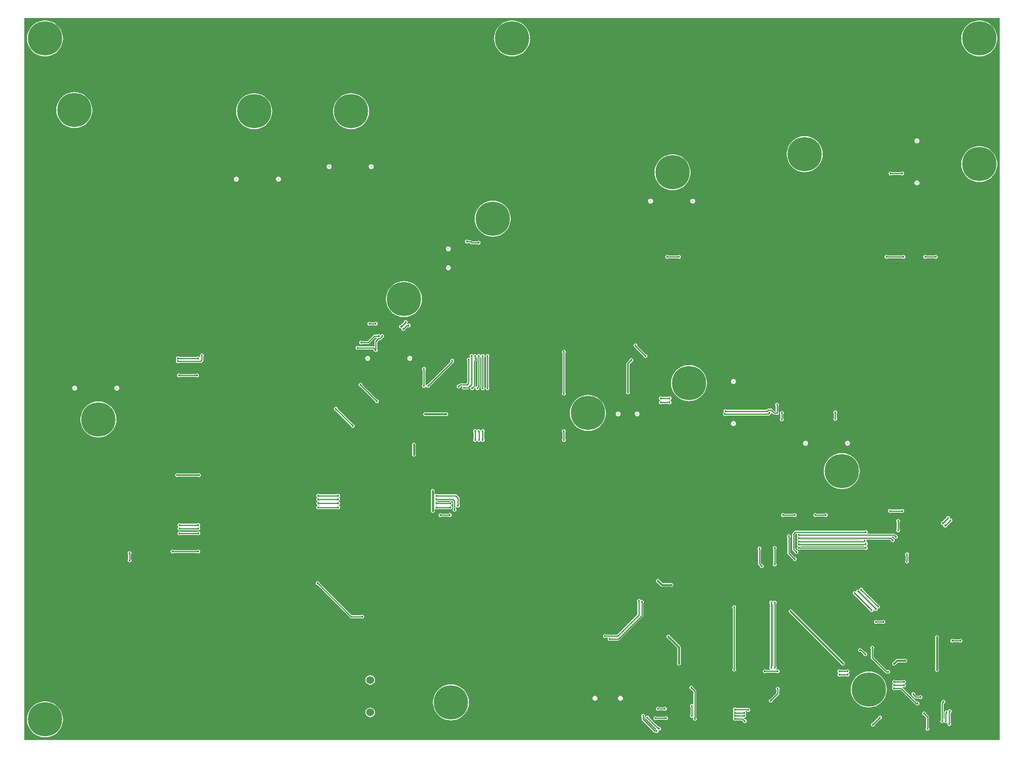
<source format=gbl>
G04 Layer_Physical_Order=2*
G04 Layer_Color=16711680*
%FSLAX25Y25*%
%MOIN*%
G70*
G01*
G75*
%ADD50C,0.01000*%
%ADD52C,0.01180*%
%ADD53C,0.01500*%
%ADD61C,0.29134*%
%ADD62C,0.00394*%
%ADD63C,0.06693*%
%ADD64C,0.01181*%
%ADD65C,0.01800*%
G36*
X930000Y100000D02*
X100000D01*
Y715000D01*
X930000D01*
Y100000D01*
D02*
G37*
%LPC*%
G36*
X750500Y275131D02*
X749876Y275007D01*
X749346Y274654D01*
X748993Y274124D01*
X748869Y273500D01*
X748993Y272876D01*
X749276Y272451D01*
Y259000D01*
X749370Y258532D01*
X749635Y258135D01*
X753893Y253876D01*
X753993Y253376D01*
X754347Y252847D01*
X754876Y252493D01*
X755500Y252369D01*
X756124Y252493D01*
X756653Y252847D01*
X757007Y253376D01*
X757131Y254000D01*
X757007Y254624D01*
X756653Y255153D01*
X756124Y255507D01*
X755623Y255607D01*
X751723Y259507D01*
Y272451D01*
X752007Y272876D01*
X752131Y273500D01*
X752007Y274124D01*
X751653Y274654D01*
X751124Y275007D01*
X750500Y275131D01*
D02*
G37*
G36*
X189500Y260631D02*
X188876Y260507D01*
X188347Y260154D01*
X187993Y259624D01*
X187869Y259000D01*
X187993Y258376D01*
X188277Y257951D01*
Y254049D01*
X187993Y253624D01*
X187869Y253000D01*
X187993Y252376D01*
X188347Y251847D01*
X188876Y251493D01*
X189500Y251369D01*
X190124Y251493D01*
X190654Y251847D01*
X191007Y252376D01*
X191131Y253000D01*
X191007Y253624D01*
X190724Y254049D01*
Y257951D01*
X191007Y258376D01*
X191131Y259000D01*
X191007Y259624D01*
X190654Y260154D01*
X190124Y260507D01*
X189500Y260631D01*
D02*
G37*
G36*
X851000Y259631D02*
X850376Y259507D01*
X849846Y259154D01*
X849493Y258624D01*
X849369Y258000D01*
X849493Y257376D01*
X849776Y256951D01*
Y253049D01*
X849493Y252624D01*
X849369Y252000D01*
X849493Y251376D01*
X849846Y250847D01*
X850376Y250493D01*
X851000Y250369D01*
X851624Y250493D01*
X852153Y250847D01*
X852507Y251376D01*
X852631Y252000D01*
X852507Y252624D01*
X852223Y253049D01*
Y256951D01*
X852507Y257376D01*
X852631Y258000D01*
X852507Y258624D01*
X852153Y259154D01*
X851624Y259507D01*
X851000Y259631D01*
D02*
G37*
G36*
X248000Y262131D02*
X247376Y262007D01*
X246951Y261723D01*
X227049D01*
X226624Y262007D01*
X226000Y262131D01*
X225376Y262007D01*
X224847Y261653D01*
X224493Y261124D01*
X224369Y260500D01*
X224493Y259876D01*
X224847Y259347D01*
X225376Y258993D01*
X226000Y258869D01*
X226624Y258993D01*
X227049Y259277D01*
X246951D01*
X247376Y258993D01*
X248000Y258869D01*
X248624Y258993D01*
X249153Y259347D01*
X249507Y259876D01*
X249631Y260500D01*
X249507Y261124D01*
X249153Y261653D01*
X248624Y262007D01*
X248000Y262131D01*
D02*
G37*
G36*
Y277631D02*
X247376Y277507D01*
X246951Y277223D01*
X233049D01*
X232624Y277507D01*
X232000Y277631D01*
X231376Y277507D01*
X230847Y277153D01*
X230493Y276624D01*
X230369Y276000D01*
X230493Y275376D01*
X230847Y274847D01*
X231376Y274493D01*
X232000Y274369D01*
X232624Y274493D01*
X233049Y274777D01*
X246951D01*
X247376Y274493D01*
X248000Y274369D01*
X248624Y274493D01*
X249153Y274847D01*
X249507Y275376D01*
X249631Y276000D01*
X249507Y276624D01*
X249153Y277153D01*
X248624Y277507D01*
X248000Y277631D01*
D02*
G37*
G36*
X843500Y288131D02*
X842876Y288007D01*
X842346Y287653D01*
X841993Y287124D01*
X841869Y286500D01*
X841993Y285876D01*
X842276Y285451D01*
Y279549D01*
X841993Y279124D01*
X841869Y278500D01*
X841993Y277876D01*
X842346Y277346D01*
X842876Y276993D01*
X843500Y276869D01*
X844124Y276993D01*
X844654Y277346D01*
X845007Y277876D01*
X845131Y278500D01*
X845007Y279124D01*
X844724Y279549D01*
Y285451D01*
X845007Y285876D01*
X845131Y286500D01*
X845007Y287124D01*
X844654Y287653D01*
X844124Y288007D01*
X843500Y288131D01*
D02*
G37*
G36*
X816000Y278631D02*
X815376Y278507D01*
X814951Y278223D01*
X756000D01*
X755532Y278130D01*
X755135Y277865D01*
X753635Y276365D01*
X753370Y275968D01*
X753276Y275500D01*
Y262500D01*
X753370Y262032D01*
X753635Y261635D01*
X755393Y259876D01*
X755493Y259376D01*
X755847Y258846D01*
X756376Y258493D01*
X757000Y258369D01*
X757624Y258493D01*
X758153Y258846D01*
X758507Y259376D01*
X758631Y260000D01*
X758507Y260624D01*
X758153Y261154D01*
X757624Y261507D01*
X757124Y261607D01*
X755723Y263007D01*
Y274993D01*
X756507Y275777D01*
X757327D01*
X757594Y275276D01*
X757493Y275124D01*
X757369Y274500D01*
X757493Y273876D01*
X757658Y273629D01*
X757808Y273250D01*
X757658Y272871D01*
X757493Y272624D01*
X757369Y272000D01*
X757493Y271376D01*
X757846Y270847D01*
X757991Y270750D01*
Y270250D01*
X757846Y270153D01*
X757493Y269624D01*
X757369Y269000D01*
X757493Y268376D01*
X757658Y268129D01*
X757808Y267750D01*
X757658Y267371D01*
X757493Y267124D01*
X757369Y266500D01*
X757493Y265876D01*
X757846Y265347D01*
X757991Y265250D01*
Y264750D01*
X757846Y264653D01*
X757493Y264124D01*
X757369Y263500D01*
X757493Y262876D01*
X757846Y262347D01*
X758376Y261993D01*
X759000Y261869D01*
X759624Y261993D01*
X760049Y262277D01*
X814951D01*
X815376Y261993D01*
X816000Y261869D01*
X816624Y261993D01*
X817153Y262347D01*
X817507Y262876D01*
X817631Y263500D01*
X817507Y264124D01*
X817153Y264653D01*
X816652Y264989D01*
X816624Y265202D01*
Y265298D01*
X816652Y265511D01*
X817153Y265846D01*
X817507Y266376D01*
X817631Y267000D01*
X817507Y267624D01*
X817153Y268154D01*
X816624Y268507D01*
X816539Y269034D01*
X816631Y269500D01*
X816507Y270124D01*
X816405Y270276D01*
X816673Y270777D01*
X836493D01*
X837393Y269877D01*
X837493Y269376D01*
X837846Y268847D01*
X838376Y268493D01*
X839000Y268369D01*
X839624Y268493D01*
X840154Y268847D01*
X840507Y269376D01*
X840631Y270000D01*
X840507Y270624D01*
X840154Y271153D01*
X839624Y271507D01*
X839124Y271607D01*
X837954Y272777D01*
X838041Y273122D01*
X838146Y273276D01*
X839493D01*
X839893Y272877D01*
X839993Y272376D01*
X840347Y271847D01*
X840876Y271493D01*
X841500Y271369D01*
X842124Y271493D01*
X842653Y271847D01*
X843007Y272376D01*
X843131Y273000D01*
X843007Y273624D01*
X842653Y274153D01*
X842124Y274507D01*
X841623Y274607D01*
X840865Y275365D01*
X840468Y275630D01*
X840000Y275724D01*
X817673D01*
X817406Y276223D01*
X817507Y276376D01*
X817631Y277000D01*
X817507Y277624D01*
X817153Y278153D01*
X816624Y278507D01*
X816000Y278631D01*
D02*
G37*
G36*
X738500Y218631D02*
X737876Y218507D01*
X737347Y218154D01*
X737250Y218009D01*
X736750D01*
X736654Y218154D01*
X736124Y218507D01*
X735500Y218631D01*
X734876Y218507D01*
X734346Y218154D01*
X733993Y217624D01*
X733869Y217000D01*
X733993Y216376D01*
X734276Y215951D01*
Y162549D01*
X733993Y162124D01*
X733869Y161500D01*
X733993Y160876D01*
X734346Y160346D01*
X734530Y160223D01*
X734379Y159723D01*
X731049D01*
X730624Y160007D01*
X730000Y160131D01*
X729376Y160007D01*
X728847Y159653D01*
X728493Y159124D01*
X728369Y158500D01*
X728493Y157876D01*
X728847Y157346D01*
X729376Y156993D01*
X730000Y156869D01*
X730624Y156993D01*
X731049Y157276D01*
X739951D01*
X740376Y156993D01*
X741000Y156869D01*
X741624Y156993D01*
X742154Y157346D01*
X742507Y157876D01*
X742631Y158500D01*
X742507Y159124D01*
X742154Y159653D01*
X741624Y160007D01*
X741000Y160131D01*
X740376Y160007D01*
X740095Y159819D01*
X739855Y159880D01*
X739774Y160066D01*
X739710Y160431D01*
X740007Y160876D01*
X740131Y161500D01*
X740007Y162124D01*
X739723Y162549D01*
Y215951D01*
X740007Y216376D01*
X740131Y217000D01*
X740007Y217624D01*
X739653Y218154D01*
X739124Y218507D01*
X738500Y218631D01*
D02*
G37*
G36*
X349500Y235131D02*
X348876Y235007D01*
X348346Y234653D01*
X347993Y234124D01*
X347869Y233500D01*
X347993Y232876D01*
X348346Y232347D01*
X348876Y231993D01*
X349377Y231893D01*
X377135Y204135D01*
X377532Y203870D01*
X378000Y203777D01*
X386451D01*
X386876Y203493D01*
X387500Y203369D01*
X388124Y203493D01*
X388653Y203847D01*
X389007Y204376D01*
X389131Y205000D01*
X389007Y205624D01*
X388653Y206153D01*
X388124Y206507D01*
X387500Y206631D01*
X386876Y206507D01*
X386451Y206224D01*
X378507D01*
X351107Y233624D01*
X351007Y234124D01*
X350654Y234653D01*
X350124Y235007D01*
X349500Y235131D01*
D02*
G37*
G36*
X831000Y202131D02*
X830376Y202007D01*
X829951Y201724D01*
X825549D01*
X825124Y202007D01*
X824500Y202131D01*
X823876Y202007D01*
X823347Y201654D01*
X822993Y201124D01*
X822869Y200500D01*
X822993Y199876D01*
X823347Y199346D01*
X823876Y198993D01*
X824500Y198869D01*
X825124Y198993D01*
X825549Y199276D01*
X829951D01*
X830376Y198993D01*
X831000Y198869D01*
X831624Y198993D01*
X832154Y199346D01*
X832507Y199876D01*
X832631Y200500D01*
X832507Y201124D01*
X832154Y201654D01*
X831624Y202007D01*
X831000Y202131D01*
D02*
G37*
G36*
X812000Y229631D02*
X811376Y229507D01*
X810847Y229153D01*
X810493Y228624D01*
X810447Y228393D01*
X810139Y228025D01*
X809908Y228050D01*
X809500Y228131D01*
X808876Y228007D01*
X808346Y227654D01*
X807993Y227124D01*
X807888Y226598D01*
X807589Y226399D01*
X807393Y226327D01*
X807124Y226507D01*
X806500Y226631D01*
X805876Y226507D01*
X805346Y226153D01*
X804993Y225624D01*
X804869Y225000D01*
X804993Y224376D01*
X805346Y223847D01*
X805876Y223493D01*
X806376Y223393D01*
X819393Y210377D01*
X819493Y209876D01*
X819847Y209347D01*
X820376Y208993D01*
X821000Y208869D01*
X821624Y208993D01*
X822153Y209347D01*
X822507Y209876D01*
X822631Y210500D01*
X822627Y210524D01*
X823098Y210719D01*
X823347Y210347D01*
X823876Y209993D01*
X824500Y209869D01*
X825124Y209993D01*
X825653Y210347D01*
X826007Y210876D01*
X826118Y211435D01*
X826212Y211603D01*
X826397Y211788D01*
X826565Y211882D01*
X827124Y211993D01*
X827654Y212347D01*
X828007Y212876D01*
X828131Y213500D01*
X828007Y214124D01*
X827654Y214653D01*
X827124Y215007D01*
X826624Y215107D01*
X813607Y228123D01*
X813507Y228624D01*
X813153Y229153D01*
X812624Y229507D01*
X812000Y229631D01*
D02*
G37*
G36*
X738500Y265131D02*
X737876Y265007D01*
X737347Y264653D01*
X736993Y264124D01*
X736869Y263500D01*
X736993Y262876D01*
X737277Y262451D01*
Y250549D01*
X736993Y250124D01*
X736869Y249500D01*
X736993Y248876D01*
X737347Y248346D01*
X737876Y247993D01*
X738500Y247869D01*
X739124Y247993D01*
X739653Y248346D01*
X740007Y248876D01*
X740131Y249500D01*
X740007Y250124D01*
X739723Y250549D01*
Y262451D01*
X740007Y262876D01*
X740131Y263500D01*
X740007Y264124D01*
X739653Y264653D01*
X739124Y265007D01*
X738500Y265131D01*
D02*
G37*
G36*
X725500Y264631D02*
X724876Y264507D01*
X724346Y264154D01*
X723993Y263624D01*
X723869Y263000D01*
X723993Y262376D01*
X724276Y261951D01*
Y250000D01*
X724370Y249532D01*
X724635Y249135D01*
X725893Y247877D01*
X725993Y247376D01*
X726346Y246847D01*
X726876Y246493D01*
X727500Y246369D01*
X728124Y246493D01*
X728653Y246847D01*
X729007Y247376D01*
X729131Y248000D01*
X729007Y248624D01*
X728653Y249153D01*
X728124Y249507D01*
X727624Y249607D01*
X726723Y250507D01*
Y261951D01*
X727007Y262376D01*
X727131Y263000D01*
X727007Y263624D01*
X726653Y264154D01*
X726124Y264507D01*
X725500Y264631D01*
D02*
G37*
G36*
X639000Y237131D02*
X638376Y237007D01*
X637847Y236653D01*
X637493Y236124D01*
X637369Y235500D01*
X637493Y234876D01*
X637847Y234347D01*
X638376Y233993D01*
X638426Y233983D01*
X641455Y230955D01*
X641934Y230634D01*
X642500Y230522D01*
X649833D01*
X649876Y230493D01*
X650500Y230369D01*
X651124Y230493D01*
X651653Y230847D01*
X652007Y231376D01*
X652131Y232000D01*
X652007Y232624D01*
X651653Y233154D01*
X651124Y233507D01*
X650500Y233631D01*
X649876Y233507D01*
X649833Y233478D01*
X643112D01*
X640517Y236073D01*
X640507Y236124D01*
X640154Y236653D01*
X639624Y237007D01*
X639000Y237131D01*
D02*
G37*
G36*
X248500Y327131D02*
X247876Y327007D01*
X247588Y326815D01*
X230911D01*
X230624Y327007D01*
X230000Y327131D01*
X229376Y327007D01*
X228847Y326654D01*
X228493Y326124D01*
X228369Y325500D01*
X228493Y324876D01*
X228847Y324346D01*
X229376Y323993D01*
X230000Y323869D01*
X230624Y323993D01*
X230911Y324185D01*
X247588D01*
X247876Y323993D01*
X248500Y323869D01*
X249124Y323993D01*
X249654Y324346D01*
X250007Y324876D01*
X250131Y325500D01*
X250007Y326124D01*
X249654Y326654D01*
X249124Y327007D01*
X248500Y327131D01*
D02*
G37*
G36*
X795500Y344314D02*
X793104Y344126D01*
X790768Y343565D01*
X788548Y342645D01*
X786499Y341389D01*
X784671Y339829D01*
X783111Y338001D01*
X781855Y335952D01*
X780935Y333732D01*
X780374Y331396D01*
X780186Y329000D01*
X780374Y326604D01*
X780935Y324268D01*
X781855Y322047D01*
X783111Y319999D01*
X784671Y318171D01*
X786499Y316611D01*
X788548Y315355D01*
X790768Y314435D01*
X793104Y313874D01*
X795500Y313686D01*
X797896Y313874D01*
X800232Y314435D01*
X802452Y315355D01*
X804501Y316611D01*
X806329Y318171D01*
X807889Y319999D01*
X809145Y322047D01*
X810065Y324268D01*
X810626Y326604D01*
X810814Y329000D01*
X810626Y331396D01*
X810065Y333732D01*
X809145Y335952D01*
X807889Y338001D01*
X806329Y339829D01*
X804501Y341389D01*
X802452Y342645D01*
X800232Y343565D01*
X797896Y344126D01*
X795500Y344314D01*
D02*
G37*
G36*
X367000Y309631D02*
X366376Y309507D01*
X365951Y309224D01*
X351049D01*
X350624Y309507D01*
X350000Y309631D01*
X349376Y309507D01*
X348847Y309154D01*
X348493Y308624D01*
X348369Y308000D01*
X348493Y307376D01*
X348847Y306846D01*
X348991Y306750D01*
Y306250D01*
X348847Y306153D01*
X348493Y305624D01*
X348369Y305000D01*
X348493Y304376D01*
X348847Y303847D01*
X349348Y303511D01*
X349376Y303298D01*
Y303202D01*
X349348Y302989D01*
X348847Y302654D01*
X348493Y302124D01*
X348369Y301500D01*
X348493Y300876D01*
X348847Y300346D01*
X349348Y300011D01*
X349376Y299798D01*
Y299702D01*
X349348Y299489D01*
X348847Y299153D01*
X348493Y298624D01*
X348369Y298000D01*
X348493Y297376D01*
X348847Y296847D01*
X349376Y296493D01*
X350000Y296369D01*
X350624Y296493D01*
X351049Y296777D01*
X365951D01*
X366376Y296493D01*
X367000Y296369D01*
X367624Y296493D01*
X368154Y296847D01*
X368507Y297376D01*
X368631Y298000D01*
X368507Y298624D01*
X368154Y299153D01*
X367652Y299489D01*
X367624Y299702D01*
Y299798D01*
X367652Y300011D01*
X368154Y300346D01*
X368507Y300876D01*
X368631Y301500D01*
X368507Y302124D01*
X368154Y302654D01*
X367652Y302989D01*
X367624Y303202D01*
Y303298D01*
X367652Y303511D01*
X368154Y303847D01*
X368507Y304376D01*
X368631Y305000D01*
X368507Y305624D01*
X368154Y306153D01*
X368009Y306250D01*
Y306750D01*
X368154Y306846D01*
X368507Y307376D01*
X368631Y308000D01*
X368507Y308624D01*
X368154Y309154D01*
X367624Y309507D01*
X367000Y309631D01*
D02*
G37*
G36*
X431500Y353131D02*
X430876Y353007D01*
X430346Y352654D01*
X429993Y352124D01*
X429869Y351500D01*
X429993Y350876D01*
X430022Y350833D01*
Y343667D01*
X429993Y343624D01*
X429869Y343000D01*
X429993Y342376D01*
X430346Y341846D01*
X430876Y341493D01*
X431500Y341369D01*
X432124Y341493D01*
X432654Y341846D01*
X433007Y342376D01*
X433131Y343000D01*
X433007Y343624D01*
X432978Y343667D01*
Y350833D01*
X433007Y350876D01*
X433131Y351500D01*
X433007Y352124D01*
X432654Y352654D01*
X432124Y353007D01*
X431500Y353131D01*
D02*
G37*
G36*
X559000Y364631D02*
X558376Y364507D01*
X557846Y364154D01*
X557493Y363624D01*
X557369Y363000D01*
X557493Y362376D01*
X557776Y361951D01*
Y356549D01*
X557493Y356124D01*
X557369Y355500D01*
X557493Y354876D01*
X557846Y354346D01*
X558376Y353993D01*
X559000Y353869D01*
X559624Y353993D01*
X560153Y354346D01*
X560507Y354876D01*
X560631Y355500D01*
X560507Y356124D01*
X560223Y356549D01*
Y361951D01*
X560507Y362376D01*
X560631Y363000D01*
X560507Y363624D01*
X560153Y364154D01*
X559624Y364507D01*
X559000Y364631D01*
D02*
G37*
G36*
X800445Y354800D02*
X799634Y354639D01*
X798947Y354179D01*
X798488Y353492D01*
X798326Y352681D01*
X798488Y351870D01*
X798947Y351183D01*
X799634Y350724D01*
X800445Y350562D01*
X801256Y350724D01*
X801943Y351183D01*
X802402Y351870D01*
X802564Y352681D01*
X802402Y353492D01*
X801943Y354179D01*
X801256Y354639D01*
X800445Y354800D01*
D02*
G37*
G36*
X764618D02*
X763807Y354639D01*
X763120Y354179D01*
X762661Y353492D01*
X762500Y352681D01*
X762661Y351870D01*
X763120Y351183D01*
X763807Y350724D01*
X764618Y350562D01*
X765429Y350724D01*
X766116Y351183D01*
X766575Y351870D01*
X766737Y352681D01*
X766575Y353492D01*
X766116Y354179D01*
X765429Y354639D01*
X764618Y354800D01*
D02*
G37*
G36*
X462000Y293131D02*
X461376Y293007D01*
X460951Y292723D01*
X455049D01*
X454624Y293007D01*
X454000Y293131D01*
X453376Y293007D01*
X452846Y292653D01*
X452493Y292124D01*
X452369Y291500D01*
X452493Y290876D01*
X452846Y290347D01*
X453376Y289993D01*
X454000Y289869D01*
X454624Y289993D01*
X455049Y290277D01*
X460951D01*
X461376Y289993D01*
X462000Y289869D01*
X462624Y289993D01*
X463154Y290347D01*
X463507Y290876D01*
X463631Y291500D01*
X463507Y292124D01*
X463154Y292653D01*
X462624Y293007D01*
X462000Y293131D01*
D02*
G37*
G36*
X248000Y284631D02*
X247376Y284507D01*
X246951Y284224D01*
X233049D01*
X232624Y284507D01*
X232000Y284631D01*
X231376Y284507D01*
X230847Y284154D01*
X230493Y283624D01*
X230369Y283000D01*
X230493Y282376D01*
X230847Y281846D01*
X230991Y281750D01*
Y281250D01*
X230847Y281153D01*
X230493Y280624D01*
X230369Y280000D01*
X230493Y279376D01*
X230847Y278847D01*
X231376Y278493D01*
X232000Y278369D01*
X232624Y278493D01*
X233049Y278777D01*
X246951D01*
X247376Y278493D01*
X248000Y278369D01*
X248624Y278493D01*
X249153Y278847D01*
X249507Y279376D01*
X249631Y280000D01*
X249507Y280624D01*
X249153Y281153D01*
X249009Y281250D01*
Y281750D01*
X249153Y281846D01*
X249507Y282376D01*
X249631Y283000D01*
X249507Y283624D01*
X249153Y284154D01*
X248624Y284507D01*
X248000Y284631D01*
D02*
G37*
G36*
X886000Y290631D02*
X885376Y290507D01*
X884846Y290154D01*
X884493Y289624D01*
X884393Y289124D01*
X881376Y286107D01*
X880876Y286007D01*
X880346Y285653D01*
X879993Y285124D01*
X879869Y284500D01*
X879993Y283876D01*
X880346Y283347D01*
X880876Y282993D01*
X881435Y282882D01*
X881603Y282788D01*
X881788Y282603D01*
X881882Y282435D01*
X881993Y281876D01*
X882347Y281347D01*
X882876Y280993D01*
X883500Y280869D01*
X884124Y280993D01*
X884653Y281347D01*
X885007Y281876D01*
X885107Y282377D01*
X888124Y285393D01*
X888624Y285493D01*
X889153Y285846D01*
X889507Y286376D01*
X889631Y287000D01*
X889507Y287624D01*
X889153Y288154D01*
X888624Y288507D01*
X888065Y288618D01*
X887897Y288712D01*
X887712Y288897D01*
X887618Y289065D01*
X887507Y289624D01*
X887154Y290154D01*
X886624Y290507D01*
X886000Y290631D01*
D02*
G37*
G36*
X755500Y293131D02*
X754876Y293007D01*
X754451Y292723D01*
X746549D01*
X746124Y293007D01*
X745500Y293131D01*
X744876Y293007D01*
X744347Y292653D01*
X743993Y292124D01*
X743869Y291500D01*
X743993Y290876D01*
X744347Y290347D01*
X744876Y289993D01*
X745500Y289869D01*
X746124Y289993D01*
X746549Y290277D01*
X754451D01*
X754876Y289993D01*
X755500Y289869D01*
X756124Y289993D01*
X756653Y290347D01*
X757007Y290876D01*
X757131Y291500D01*
X757007Y292124D01*
X756653Y292653D01*
X756124Y293007D01*
X755500Y293131D01*
D02*
G37*
G36*
X447500Y313631D02*
X446876Y313507D01*
X446347Y313154D01*
X445993Y312624D01*
X445869Y312000D01*
X445993Y311376D01*
X446022Y311333D01*
Y295667D01*
X445993Y295624D01*
X445869Y295000D01*
X445993Y294376D01*
X446347Y293847D01*
X446876Y293493D01*
X447500Y293369D01*
X448124Y293493D01*
X448654Y293847D01*
X449007Y294376D01*
X449131Y295000D01*
X449007Y295624D01*
X448978Y295667D01*
Y296537D01*
X449042Y296590D01*
X449478Y296758D01*
X449876Y296493D01*
X450500Y296369D01*
X451124Y296493D01*
X451549Y296777D01*
X461451D01*
X461876Y296493D01*
X462500Y296369D01*
X463124Y296493D01*
X463654Y296847D01*
X464007Y297376D01*
X464131Y298000D01*
X464007Y298624D01*
X463654Y299153D01*
X463152Y299489D01*
X463124Y299702D01*
Y299798D01*
X463152Y300011D01*
X463654Y300346D01*
X464007Y300876D01*
X464131Y301500D01*
X464007Y302124D01*
X463654Y302654D01*
X463124Y303007D01*
X462500Y303131D01*
X461876Y303007D01*
X461451Y302724D01*
X451549D01*
X451152Y302989D01*
X451124Y303202D01*
Y303298D01*
X451152Y303511D01*
X451549Y303777D01*
X463993D01*
X464777Y302993D01*
Y297049D01*
X464493Y296624D01*
X464369Y296000D01*
X464493Y295376D01*
X464847Y294847D01*
X465376Y294493D01*
X466000Y294369D01*
X466624Y294493D01*
X467154Y294847D01*
X467507Y295376D01*
X467631Y296000D01*
X467507Y296624D01*
X467224Y297049D01*
Y298379D01*
X467724Y298531D01*
X467846Y298346D01*
X468376Y297993D01*
X469000Y297869D01*
X469624Y297993D01*
X470154Y298346D01*
X470507Y298876D01*
X470631Y299500D01*
X470507Y300124D01*
X470224Y300549D01*
Y306000D01*
X470130Y306468D01*
X469865Y306865D01*
X467865Y308865D01*
X467468Y309130D01*
X467000Y309224D01*
X451549D01*
X451124Y309507D01*
X450500Y309631D01*
X449876Y309507D01*
X449478Y309242D01*
X449042Y309410D01*
X448978Y309463D01*
Y311333D01*
X449007Y311376D01*
X449131Y312000D01*
X449007Y312624D01*
X448654Y313154D01*
X448124Y313507D01*
X447500Y313631D01*
D02*
G37*
G36*
X847000Y296631D02*
X846376Y296507D01*
X845951Y296223D01*
X837549D01*
X837124Y296507D01*
X836500Y296631D01*
X835876Y296507D01*
X835347Y296153D01*
X834993Y295624D01*
X834869Y295000D01*
X834993Y294376D01*
X835347Y293847D01*
X835876Y293493D01*
X836500Y293369D01*
X837124Y293493D01*
X837549Y293776D01*
X845951D01*
X846376Y293493D01*
X847000Y293369D01*
X847624Y293493D01*
X848153Y293847D01*
X848507Y294376D01*
X848631Y295000D01*
X848507Y295624D01*
X848153Y296153D01*
X847624Y296507D01*
X847000Y296631D01*
D02*
G37*
G36*
X782000Y293131D02*
X781376Y293007D01*
X780951Y292723D01*
X774049D01*
X773624Y293007D01*
X773000Y293131D01*
X772376Y293007D01*
X771846Y292653D01*
X771493Y292124D01*
X771369Y291500D01*
X771493Y290876D01*
X771846Y290347D01*
X772376Y289993D01*
X773000Y289869D01*
X773624Y289993D01*
X774049Y290277D01*
X780951D01*
X781376Y289993D01*
X782000Y289869D01*
X782624Y289993D01*
X783153Y290347D01*
X783507Y290876D01*
X783631Y291500D01*
X783507Y292124D01*
X783153Y292653D01*
X782624Y293007D01*
X782000Y293131D01*
D02*
G37*
G36*
X818500Y158314D02*
X816104Y158126D01*
X813768Y157565D01*
X811547Y156645D01*
X809499Y155389D01*
X807671Y153829D01*
X806111Y152001D01*
X804855Y149952D01*
X803935Y147732D01*
X803374Y145396D01*
X803186Y143000D01*
X803374Y140604D01*
X803935Y138268D01*
X804855Y136047D01*
X806111Y133999D01*
X807671Y132171D01*
X809499Y130611D01*
X811547Y129355D01*
X813768Y128435D01*
X816104Y127874D01*
X818500Y127686D01*
X820896Y127874D01*
X823232Y128435D01*
X825453Y129355D01*
X827501Y130611D01*
X829329Y132171D01*
X830889Y133999D01*
X832145Y136047D01*
X833065Y138268D01*
X833626Y140604D01*
X833814Y143000D01*
X833626Y145396D01*
X833065Y147732D01*
X832145Y149952D01*
X830889Y152001D01*
X829329Y153829D01*
X827501Y155389D01*
X825453Y156645D01*
X823232Y157565D01*
X820896Y158126D01*
X818500Y158314D01*
D02*
G37*
G36*
X704500Y127631D02*
X703876Y127507D01*
X703346Y127154D01*
X702993Y126624D01*
X702869Y126000D01*
X702993Y125376D01*
X703346Y124846D01*
X703491Y124750D01*
Y124250D01*
X703346Y124153D01*
X702993Y123624D01*
X702869Y123000D01*
X702993Y122376D01*
X703158Y122129D01*
X703308Y121750D01*
X703158Y121371D01*
X702993Y121124D01*
X702869Y120500D01*
X702993Y119876D01*
X703346Y119346D01*
X703158Y118871D01*
X702993Y118624D01*
X702869Y118000D01*
X702993Y117376D01*
X703346Y116847D01*
X703876Y116493D01*
X704500Y116369D01*
X705124Y116493D01*
X705549Y116777D01*
X710493D01*
X711393Y115876D01*
X711493Y115376D01*
X711846Y114847D01*
X712376Y114493D01*
X713000Y114369D01*
X713624Y114493D01*
X714153Y114847D01*
X714507Y115376D01*
X714631Y116000D01*
X714507Y116624D01*
X714153Y117154D01*
X713624Y117507D01*
X713124Y117607D01*
X712339Y118391D01*
X712437Y118681D01*
X712557Y118880D01*
X713124Y118993D01*
X713654Y119346D01*
X714007Y119876D01*
X714131Y120500D01*
X714007Y121124D01*
X713842Y121371D01*
X713692Y121750D01*
X713842Y122129D01*
X714007Y122376D01*
X714131Y123000D01*
X714007Y123624D01*
X713654Y124153D01*
X713470Y124276D01*
X713621Y124776D01*
X714559D01*
X714847Y124346D01*
X715376Y123993D01*
X716000Y123869D01*
X716624Y123993D01*
X717154Y124346D01*
X717507Y124876D01*
X717631Y125500D01*
X717507Y126124D01*
X717154Y126654D01*
X716624Y127007D01*
X716000Y127131D01*
X715974Y127126D01*
X715968Y127130D01*
X715500Y127224D01*
X705549D01*
X705124Y127507D01*
X704500Y127631D01*
D02*
G37*
G36*
X646000Y120131D02*
X645376Y120007D01*
X644951Y119723D01*
X638049D01*
X637624Y120007D01*
X637000Y120131D01*
X636376Y120007D01*
X635847Y119653D01*
X635493Y119124D01*
X635369Y118500D01*
X635493Y117876D01*
X635847Y117347D01*
X636376Y116993D01*
X637000Y116869D01*
X637624Y116993D01*
X638049Y117277D01*
X644951D01*
X645376Y116993D01*
X646000Y116869D01*
X646624Y116993D01*
X647154Y117347D01*
X647507Y117876D01*
X647631Y118500D01*
X647507Y119124D01*
X647154Y119653D01*
X646624Y120007D01*
X646000Y120131D01*
D02*
G37*
G36*
X645000Y128131D02*
X644376Y128007D01*
X643951Y127724D01*
X640049D01*
X639624Y128007D01*
X639000Y128131D01*
X638376Y128007D01*
X637847Y127654D01*
X637493Y127124D01*
X637369Y126500D01*
X637493Y125876D01*
X637847Y125347D01*
X638376Y124993D01*
X639000Y124869D01*
X639624Y124993D01*
X640049Y125277D01*
X643951D01*
X644376Y124993D01*
X645000Y124869D01*
X645624Y124993D01*
X646153Y125347D01*
X646507Y125876D01*
X646631Y126500D01*
X646507Y127124D01*
X646153Y127654D01*
X645624Y128007D01*
X645000Y128131D01*
D02*
G37*
G36*
X585500Y137619D02*
X584689Y137457D01*
X584002Y136998D01*
X583543Y136311D01*
X583381Y135500D01*
X583543Y134689D01*
X584002Y134002D01*
X584689Y133543D01*
X585500Y133381D01*
X586311Y133543D01*
X586998Y134002D01*
X587457Y134689D01*
X587619Y135500D01*
X587457Y136311D01*
X586998Y136998D01*
X586311Y137457D01*
X585500Y137619D01*
D02*
G37*
G36*
X741000Y145131D02*
X740376Y145007D01*
X739847Y144653D01*
X739493Y144124D01*
X739369Y143500D01*
X739493Y142876D01*
X739777Y142451D01*
Y140007D01*
X734876Y135107D01*
X734376Y135007D01*
X733847Y134653D01*
X733493Y134124D01*
X733369Y133500D01*
X733493Y132876D01*
X733847Y132346D01*
X734376Y131993D01*
X735000Y131869D01*
X735624Y131993D01*
X736154Y132346D01*
X736507Y132876D01*
X736607Y133377D01*
X741865Y138635D01*
X742130Y139032D01*
X742224Y139500D01*
Y142451D01*
X742507Y142876D01*
X742631Y143500D01*
X742507Y144124D01*
X742154Y144653D01*
X741624Y145007D01*
X741000Y145131D01*
D02*
G37*
G36*
X667500Y146131D02*
X666876Y146007D01*
X666347Y145653D01*
X665993Y145124D01*
X665869Y144500D01*
X665993Y143876D01*
X666347Y143347D01*
X666876Y142993D01*
X667377Y142893D01*
X669277Y140993D01*
Y130673D01*
X668777Y130405D01*
X668624Y130507D01*
X668000Y130631D01*
X667376Y130507D01*
X666847Y130154D01*
X666493Y129624D01*
X666369Y129000D01*
X666493Y128376D01*
X666777Y127951D01*
Y121549D01*
X666493Y121124D01*
X666369Y120500D01*
X666493Y119876D01*
X666847Y119346D01*
X667376Y118993D01*
X668000Y118869D01*
X668624Y118993D01*
X668649Y119009D01*
X669009Y118649D01*
X668993Y118624D01*
X668869Y118000D01*
X668993Y117376D01*
X669347Y116847D01*
X669876Y116493D01*
X670500Y116369D01*
X671124Y116493D01*
X671654Y116847D01*
X672007Y117376D01*
X672131Y118000D01*
X672007Y118624D01*
X671724Y119049D01*
Y141500D01*
X671630Y141968D01*
X671365Y142365D01*
X669107Y144623D01*
X669007Y145124D01*
X668653Y145653D01*
X668124Y146007D01*
X667500Y146131D01*
D02*
G37*
G36*
X865500Y124131D02*
X864876Y124007D01*
X864347Y123653D01*
X863993Y123124D01*
X863869Y122500D01*
X863993Y121876D01*
X864347Y121346D01*
X864876Y120993D01*
X865376Y120893D01*
X867276Y118993D01*
Y110549D01*
X866993Y110124D01*
X866869Y109500D01*
X866993Y108876D01*
X867346Y108346D01*
X867876Y107993D01*
X868500Y107869D01*
X869124Y107993D01*
X869654Y108346D01*
X870007Y108876D01*
X870131Y109500D01*
X870007Y110124D01*
X869724Y110549D01*
Y119500D01*
X869630Y119968D01*
X869365Y120365D01*
X867107Y122624D01*
X867007Y123124D01*
X866654Y123653D01*
X866124Y124007D01*
X865500Y124131D01*
D02*
G37*
G36*
X626500Y122131D02*
X625876Y122007D01*
X625347Y121653D01*
X624993Y121124D01*
X624869Y120500D01*
X624993Y119876D01*
X625277Y119451D01*
Y117500D01*
X625370Y117032D01*
X625635Y116635D01*
X635635Y106635D01*
X636032Y106370D01*
X636500Y106277D01*
X636951D01*
X637376Y105993D01*
X638000Y105869D01*
X638624Y105993D01*
X639153Y106346D01*
X639507Y106876D01*
X639631Y107500D01*
X639628Y107519D01*
X639897Y107788D01*
X640065Y107882D01*
X640624Y107993D01*
X641153Y108346D01*
X641507Y108876D01*
X641631Y109500D01*
X641507Y110124D01*
X641153Y110653D01*
X640624Y111007D01*
X640000Y111131D01*
X639666Y111065D01*
X631607Y119123D01*
X631507Y119624D01*
X631153Y120153D01*
X630624Y120507D01*
X630000Y120631D01*
X629376Y120507D01*
X628847Y120153D01*
X628493Y119624D01*
X628369Y119000D01*
X628493Y118376D01*
X628847Y117847D01*
X629376Y117493D01*
X629877Y117393D01*
X637690Y109580D01*
X637526Y109037D01*
X637376Y109007D01*
X636984Y108746D01*
X627724Y118007D01*
Y119451D01*
X628007Y119876D01*
X628131Y120500D01*
X628007Y121124D01*
X627654Y121653D01*
X627124Y122007D01*
X626500Y122131D01*
D02*
G37*
G36*
X117500Y132814D02*
X115104Y132626D01*
X112768Y132065D01*
X110547Y131145D01*
X108499Y129889D01*
X106671Y128329D01*
X105111Y126501D01*
X103855Y124452D01*
X102935Y122232D01*
X102374Y119896D01*
X102186Y117500D01*
X102374Y115104D01*
X102935Y112768D01*
X103855Y110547D01*
X105111Y108499D01*
X106671Y106671D01*
X108499Y105111D01*
X110547Y103855D01*
X112768Y102935D01*
X115104Y102374D01*
X117500Y102186D01*
X119896Y102374D01*
X122232Y102935D01*
X124452Y103855D01*
X126501Y105111D01*
X128329Y106671D01*
X129889Y108499D01*
X131145Y110547D01*
X132065Y112768D01*
X132626Y115104D01*
X132814Y117500D01*
X132626Y119896D01*
X132065Y122232D01*
X131145Y124452D01*
X129889Y126501D01*
X128329Y128329D01*
X126501Y129889D01*
X124452Y131145D01*
X122232Y132065D01*
X119896Y132626D01*
X117500Y132814D01*
D02*
G37*
G36*
X828000Y120631D02*
X827376Y120507D01*
X826847Y120153D01*
X826493Y119624D01*
X826393Y119123D01*
X821877Y114607D01*
X821376Y114507D01*
X820846Y114154D01*
X820493Y113624D01*
X820369Y113000D01*
X820493Y112376D01*
X820846Y111846D01*
X821376Y111493D01*
X822000Y111369D01*
X822624Y111493D01*
X823153Y111846D01*
X823507Y112376D01*
X823607Y112876D01*
X828123Y117393D01*
X828624Y117493D01*
X829154Y117847D01*
X829507Y118376D01*
X829631Y119000D01*
X829507Y119624D01*
X829154Y120153D01*
X828624Y120507D01*
X828000Y120631D01*
D02*
G37*
G36*
X394220Y127581D02*
X393164Y127442D01*
X392180Y127035D01*
X391335Y126386D01*
X390686Y125541D01*
X390278Y124556D01*
X390139Y123500D01*
X390278Y122444D01*
X390686Y121459D01*
X391335Y120614D01*
X392180Y119965D01*
X393164Y119558D01*
X394220Y119419D01*
X395277Y119558D01*
X396261Y119965D01*
X397106Y120614D01*
X397755Y121459D01*
X398163Y122444D01*
X398302Y123500D01*
X398163Y124556D01*
X397755Y125541D01*
X397106Y126386D01*
X396261Y127035D01*
X395277Y127442D01*
X394220Y127581D01*
D02*
G37*
G36*
X463000Y147314D02*
X460604Y147126D01*
X458268Y146565D01*
X456047Y145645D01*
X453999Y144389D01*
X452171Y142829D01*
X450611Y141001D01*
X449355Y138953D01*
X448435Y136732D01*
X447874Y134396D01*
X447686Y132000D01*
X447874Y129604D01*
X448435Y127268D01*
X449355Y125048D01*
X450611Y122999D01*
X452171Y121171D01*
X453999Y119611D01*
X456047Y118355D01*
X458268Y117435D01*
X460604Y116874D01*
X463000Y116686D01*
X465396Y116874D01*
X467732Y117435D01*
X469952Y118355D01*
X472001Y119611D01*
X473829Y121171D01*
X475389Y122999D01*
X476645Y125048D01*
X477565Y127268D01*
X478126Y129604D01*
X478314Y132000D01*
X478126Y134396D01*
X477565Y136732D01*
X476645Y138953D01*
X475389Y141001D01*
X473829Y142829D01*
X472001Y144389D01*
X469952Y145645D01*
X467732Y146565D01*
X465396Y147126D01*
X463000Y147314D01*
D02*
G37*
G36*
X882000Y134131D02*
X881376Y134007D01*
X880847Y133653D01*
X880493Y133124D01*
X880393Y132624D01*
X880135Y132365D01*
X879870Y131968D01*
X879776Y131500D01*
Y117049D01*
X879493Y116624D01*
X879369Y116000D01*
X879493Y115376D01*
X879846Y114847D01*
X880376Y114493D01*
X881000Y114369D01*
X881624Y114493D01*
X882154Y114847D01*
X882250Y114991D01*
X882750D01*
X882847Y114847D01*
X883376Y114493D01*
X884000Y114369D01*
X884624Y114493D01*
X885069Y114790D01*
X885434Y114726D01*
X885620Y114645D01*
X885680Y114405D01*
X885493Y114124D01*
X885369Y113500D01*
X885493Y112876D01*
X885847Y112346D01*
X886376Y111993D01*
X887000Y111869D01*
X887624Y111993D01*
X888153Y112346D01*
X888507Y112876D01*
X888631Y113500D01*
X888507Y114124D01*
X888223Y114549D01*
Y123059D01*
X888653Y123346D01*
X889007Y123876D01*
X889131Y124500D01*
X889007Y125124D01*
X888653Y125654D01*
X888124Y126007D01*
X887500Y126131D01*
X886876Y126007D01*
X886347Y125654D01*
X885993Y125124D01*
X885970Y125011D01*
X885420Y124809D01*
X885124Y125007D01*
X884500Y125131D01*
X883876Y125007D01*
X883346Y124653D01*
X882993Y124124D01*
X882869Y123500D01*
X882874Y123474D01*
X882870Y123468D01*
X882777Y123000D01*
Y117574D01*
X882361Y117414D01*
X882224Y117526D01*
Y130913D01*
X882624Y130993D01*
X883154Y131346D01*
X883507Y131876D01*
X883631Y132500D01*
X883507Y133124D01*
X883154Y133653D01*
X882624Y134007D01*
X882000Y134131D01*
D02*
G37*
G36*
X752000Y211131D02*
X751376Y211007D01*
X750846Y210653D01*
X750493Y210124D01*
X750369Y209500D01*
X750493Y208876D01*
X750846Y208347D01*
X751376Y207993D01*
X751456Y207977D01*
X795006Y164427D01*
X795016Y164376D01*
X795370Y163847D01*
X795899Y163493D01*
X796524Y163369D01*
X797148Y163493D01*
X797677Y163847D01*
X798031Y164376D01*
X798155Y165000D01*
X798031Y165624D01*
X797677Y166154D01*
X797148Y166507D01*
X797097Y166517D01*
X753511Y210103D01*
X753507Y210124D01*
X753154Y210653D01*
X752624Y211007D01*
X752000Y211131D01*
D02*
G37*
G36*
X648000Y189631D02*
X647376Y189507D01*
X646846Y189154D01*
X646493Y188624D01*
X646369Y188000D01*
X646493Y187376D01*
X646846Y186846D01*
X647376Y186493D01*
X647427Y186483D01*
X655522Y178388D01*
Y165667D01*
X655493Y165624D01*
X655369Y165000D01*
X655493Y164376D01*
X655847Y163847D01*
X656376Y163493D01*
X657000Y163369D01*
X657624Y163493D01*
X658153Y163847D01*
X658507Y164376D01*
X658631Y165000D01*
X658507Y165624D01*
X658478Y165667D01*
Y179000D01*
X658366Y179566D01*
X658045Y180045D01*
X649517Y188574D01*
X649507Y188624D01*
X649154Y189154D01*
X648624Y189507D01*
X648000Y189631D01*
D02*
G37*
G36*
X800500Y160131D02*
X799876Y160007D01*
X799451Y159723D01*
X794549D01*
X794124Y160007D01*
X793500Y160131D01*
X792876Y160007D01*
X792346Y159653D01*
X791993Y159124D01*
X791869Y158500D01*
X791993Y157876D01*
X792346Y157346D01*
X792491Y157250D01*
Y156750D01*
X792346Y156653D01*
X791993Y156124D01*
X791869Y155500D01*
X791993Y154876D01*
X792346Y154347D01*
X792876Y153993D01*
X793500Y153869D01*
X794124Y153993D01*
X794549Y154277D01*
X799451D01*
X799876Y153993D01*
X800500Y153869D01*
X801124Y153993D01*
X801653Y154347D01*
X802007Y154876D01*
X802131Y155500D01*
X802007Y156124D01*
X801653Y156653D01*
X801509Y156750D01*
Y157250D01*
X801653Y157346D01*
X802007Y157876D01*
X802131Y158500D01*
X802007Y159124D01*
X801653Y159653D01*
X801124Y160007D01*
X800500Y160131D01*
D02*
G37*
G36*
X849500Y169131D02*
X848876Y169007D01*
X848833Y168978D01*
X842500D01*
X841934Y168866D01*
X841455Y168545D01*
X839427Y166517D01*
X839376Y166507D01*
X838846Y166154D01*
X838493Y165624D01*
X838369Y165000D01*
X838493Y164376D01*
X838846Y163847D01*
X839376Y163493D01*
X840000Y163369D01*
X840624Y163493D01*
X841154Y163847D01*
X841507Y164376D01*
X841517Y164427D01*
X843112Y166022D01*
X848833D01*
X848876Y165993D01*
X849500Y165869D01*
X850124Y165993D01*
X850653Y166347D01*
X851007Y166876D01*
X851131Y167500D01*
X851007Y168124D01*
X850653Y168654D01*
X850124Y169007D01*
X849500Y169131D01*
D02*
G37*
G36*
X623000Y220131D02*
X622376Y220007D01*
X621846Y219654D01*
X621493Y219124D01*
X621369Y218500D01*
X621493Y217876D01*
X621676Y217601D01*
Y206907D01*
X604493Y189724D01*
X595049D01*
X594624Y190007D01*
X594000Y190131D01*
X593376Y190007D01*
X592846Y189654D01*
X592493Y189124D01*
X592369Y188500D01*
X592493Y187876D01*
X592846Y187346D01*
X593376Y186993D01*
X594000Y186869D01*
X594624Y186993D01*
X595049Y187276D01*
X596327D01*
X596594Y186776D01*
X596493Y186624D01*
X596369Y186000D01*
X596493Y185376D01*
X596846Y184846D01*
X597376Y184493D01*
X598000Y184369D01*
X598624Y184493D01*
X599049Y184776D01*
X605500D01*
X605968Y184870D01*
X606365Y185135D01*
X626365Y205135D01*
X626630Y205532D01*
X626723Y206000D01*
Y216451D01*
X627007Y216876D01*
X627131Y217500D01*
X627007Y218124D01*
X626653Y218653D01*
X626124Y219007D01*
X625500Y219131D01*
X625034Y219039D01*
X624507Y219124D01*
X624154Y219654D01*
X623624Y220007D01*
X623000Y220131D01*
D02*
G37*
G36*
X896500Y186131D02*
X895876Y186007D01*
X895451Y185723D01*
X890549D01*
X890124Y186007D01*
X889500Y186131D01*
X888876Y186007D01*
X888346Y185653D01*
X887993Y185124D01*
X887869Y184500D01*
X887993Y183876D01*
X888346Y183346D01*
X888876Y182993D01*
X889500Y182869D01*
X890124Y182993D01*
X890549Y183276D01*
X895451D01*
X895876Y182993D01*
X896500Y182869D01*
X897124Y182993D01*
X897653Y183346D01*
X898007Y183876D01*
X898131Y184500D01*
X898007Y185124D01*
X897653Y185653D01*
X897124Y186007D01*
X896500Y186131D01*
D02*
G37*
G36*
X811000Y178131D02*
X810376Y178007D01*
X809846Y177654D01*
X809493Y177124D01*
X809369Y176500D01*
X809493Y175876D01*
X809846Y175347D01*
X810376Y174993D01*
X811000Y174869D01*
X811624Y174993D01*
X811716Y175054D01*
X813893Y172877D01*
X813993Y172376D01*
X814347Y171846D01*
X814876Y171493D01*
X815500Y171369D01*
X816124Y171493D01*
X816654Y171846D01*
X817007Y172376D01*
X817131Y173000D01*
X817007Y173624D01*
X816654Y174153D01*
X816124Y174507D01*
X815623Y174607D01*
X812865Y177365D01*
X812468Y177630D01*
X812070Y177710D01*
X811624Y178007D01*
X811000Y178131D01*
D02*
G37*
G36*
X394220Y155140D02*
X393164Y155001D01*
X392180Y154594D01*
X391335Y153945D01*
X390686Y153100D01*
X390278Y152115D01*
X390139Y151059D01*
X390278Y150003D01*
X390686Y149018D01*
X391335Y148173D01*
X392180Y147524D01*
X393164Y147117D01*
X394220Y146978D01*
X395277Y147117D01*
X396261Y147524D01*
X397106Y148173D01*
X397755Y149018D01*
X398163Y150003D01*
X398302Y151059D01*
X398163Y152115D01*
X397755Y153100D01*
X397106Y153945D01*
X396261Y154594D01*
X395277Y155001D01*
X394220Y155140D01*
D02*
G37*
G36*
X856500Y140631D02*
X855876Y140507D01*
X855346Y140154D01*
X854993Y139624D01*
X854869Y139000D01*
X854993Y138376D01*
X855346Y137847D01*
X855612Y137669D01*
X855635Y137635D01*
X857635Y135635D01*
X858032Y135370D01*
X858500Y135276D01*
X861451D01*
X861876Y134993D01*
X862500Y134869D01*
X863124Y134993D01*
X863653Y135346D01*
X864007Y135876D01*
X864131Y136500D01*
X864007Y137124D01*
X863653Y137654D01*
X863124Y138007D01*
X862500Y138131D01*
X861876Y138007D01*
X861451Y137724D01*
X859007D01*
X858065Y138665D01*
X858131Y139000D01*
X858007Y139624D01*
X857654Y140154D01*
X857124Y140507D01*
X856500Y140631D01*
D02*
G37*
G36*
X607154Y137619D02*
X606343Y137457D01*
X605655Y136998D01*
X605196Y136311D01*
X605035Y135500D01*
X605196Y134689D01*
X605655Y134002D01*
X606343Y133543D01*
X607154Y133381D01*
X607964Y133543D01*
X608652Y134002D01*
X609111Y134689D01*
X609272Y135500D01*
X609111Y136311D01*
X608652Y136998D01*
X607964Y137457D01*
X607154Y137619D01*
D02*
G37*
G36*
X848500Y151131D02*
X847876Y151007D01*
X847451Y150724D01*
X841049D01*
X840624Y151007D01*
X840000Y151131D01*
X839376Y151007D01*
X838846Y150654D01*
X838493Y150124D01*
X838369Y149500D01*
X838493Y148876D01*
X838846Y148346D01*
X838991Y148250D01*
Y147750D01*
X838846Y147653D01*
X838493Y147124D01*
X838369Y146500D01*
X838493Y145876D01*
X838658Y145629D01*
X838808Y145250D01*
X838658Y144871D01*
X838493Y144624D01*
X838369Y144000D01*
X838493Y143376D01*
X838846Y142847D01*
X839376Y142493D01*
X840000Y142369D01*
X840624Y142493D01*
X841049Y142777D01*
X845493D01*
X858135Y130135D01*
X858532Y129870D01*
X858930Y129790D01*
X859376Y129493D01*
X860000Y129369D01*
X860624Y129493D01*
X861154Y129847D01*
X861507Y130376D01*
X861631Y131000D01*
X861507Y131624D01*
X861154Y132153D01*
X860624Y132507D01*
X860000Y132631D01*
X859376Y132507D01*
X859284Y132446D01*
X847118Y144612D01*
X847241Y145158D01*
X847488Y145252D01*
X847876Y144993D01*
X848500Y144869D01*
X849124Y144993D01*
X849654Y145346D01*
X850007Y145876D01*
X850131Y146500D01*
X850007Y147124D01*
X849654Y147653D01*
X849509Y147750D01*
Y148250D01*
X849654Y148346D01*
X850007Y148876D01*
X850131Y149500D01*
X850007Y150124D01*
X849654Y150654D01*
X849124Y151007D01*
X848500Y151131D01*
D02*
G37*
G36*
X704000Y214631D02*
X703376Y214507D01*
X702846Y214154D01*
X702493Y213624D01*
X702369Y213000D01*
X702493Y212376D01*
X702776Y211951D01*
Y161049D01*
X702493Y160624D01*
X702369Y160000D01*
X702493Y159376D01*
X702846Y158846D01*
X703376Y158493D01*
X704000Y158369D01*
X704624Y158493D01*
X705154Y158846D01*
X705507Y159376D01*
X705631Y160000D01*
X705507Y160624D01*
X705224Y161049D01*
Y211951D01*
X705507Y212376D01*
X705631Y213000D01*
X705507Y213624D01*
X705154Y214154D01*
X704624Y214507D01*
X704000Y214631D01*
D02*
G37*
G36*
X876500Y189131D02*
X875876Y189007D01*
X875346Y188654D01*
X874993Y188124D01*
X874869Y187500D01*
X874993Y186876D01*
X875045Y186797D01*
Y160321D01*
X875016Y160278D01*
X874892Y159653D01*
X875016Y159029D01*
X875370Y158500D01*
X875899Y158146D01*
X876524Y158022D01*
X877148Y158146D01*
X877677Y158500D01*
X878031Y159029D01*
X878155Y159653D01*
X878031Y160278D01*
X878002Y160321D01*
Y186868D01*
X878007Y186876D01*
X878131Y187500D01*
X878007Y188124D01*
X877654Y188654D01*
X877124Y189007D01*
X876500Y189131D01*
D02*
G37*
G36*
X821500Y180131D02*
X820876Y180007D01*
X820347Y179654D01*
X819993Y179124D01*
X819869Y178500D01*
X819993Y177876D01*
X820277Y177451D01*
Y170000D01*
X820370Y169532D01*
X820635Y169135D01*
X832635Y157135D01*
X833032Y156870D01*
X833500Y156776D01*
X833951D01*
X834376Y156493D01*
X835000Y156369D01*
X835624Y156493D01*
X836154Y156846D01*
X836507Y157376D01*
X836631Y158000D01*
X836507Y158624D01*
X836154Y159153D01*
X835624Y159507D01*
X835000Y159631D01*
X834376Y159507D01*
X833984Y159246D01*
X822723Y170507D01*
Y177451D01*
X823007Y177876D01*
X823131Y178500D01*
X823007Y179124D01*
X822653Y179654D01*
X822124Y180007D01*
X821500Y180131D01*
D02*
G37*
G36*
X476500Y526131D02*
X475876Y526007D01*
X475347Y525654D01*
X474993Y525124D01*
X474869Y524500D01*
X474993Y523876D01*
X475347Y523347D01*
X475876Y522993D01*
X476500Y522869D01*
X477124Y522993D01*
X477549Y523277D01*
X478993D01*
X479635Y522635D01*
X480032Y522370D01*
X480500Y522276D01*
X485451D01*
X485876Y521993D01*
X486500Y521869D01*
X487124Y521993D01*
X487653Y522346D01*
X488007Y522876D01*
X488131Y523500D01*
X488007Y524124D01*
X487653Y524653D01*
X487124Y525007D01*
X486500Y525131D01*
X485876Y525007D01*
X485451Y524723D01*
X481007D01*
X480365Y525365D01*
X479968Y525630D01*
X479500Y525724D01*
X477549D01*
X477124Y526007D01*
X476500Y526131D01*
D02*
G37*
G36*
X460744Y520453D02*
X459933Y520292D01*
X459246Y519833D01*
X458787Y519145D01*
X458625Y518335D01*
X458787Y517524D01*
X459246Y516837D01*
X459933Y516377D01*
X460744Y516216D01*
X461555Y516377D01*
X462242Y516837D01*
X462702Y517524D01*
X462863Y518335D01*
X462702Y519145D01*
X462242Y519833D01*
X461555Y520292D01*
X460744Y520453D01*
D02*
G37*
G36*
X875500Y513131D02*
X874876Y513007D01*
X874451Y512723D01*
X867549D01*
X867124Y513007D01*
X866500Y513131D01*
X865876Y513007D01*
X865347Y512653D01*
X864993Y512124D01*
X864869Y511500D01*
X864993Y510876D01*
X865347Y510347D01*
X865876Y509993D01*
X866500Y509869D01*
X867124Y509993D01*
X867549Y510277D01*
X874451D01*
X874876Y509993D01*
X875500Y509869D01*
X876124Y509993D01*
X876653Y510347D01*
X877007Y510876D01*
X877131Y511500D01*
X877007Y512124D01*
X876653Y512653D01*
X876124Y513007D01*
X875500Y513131D01*
D02*
G37*
G36*
X498500Y559314D02*
X496104Y559126D01*
X493768Y558565D01*
X491547Y557645D01*
X489499Y556389D01*
X487671Y554829D01*
X486111Y553001D01*
X484855Y550952D01*
X483935Y548732D01*
X483374Y546396D01*
X483186Y544000D01*
X483374Y541604D01*
X483935Y539268D01*
X484855Y537047D01*
X486111Y534999D01*
X487671Y533171D01*
X489499Y531611D01*
X491547Y530355D01*
X493768Y529435D01*
X496104Y528874D01*
X498500Y528686D01*
X500896Y528874D01*
X503232Y529435D01*
X505452Y530355D01*
X507501Y531611D01*
X509329Y533171D01*
X510889Y534999D01*
X512145Y537047D01*
X513065Y539268D01*
X513626Y541604D01*
X513814Y544000D01*
X513626Y546396D01*
X513065Y548732D01*
X512145Y550952D01*
X510889Y553001D01*
X509329Y554829D01*
X507501Y556389D01*
X505452Y557645D01*
X503232Y558565D01*
X500896Y559126D01*
X498500Y559314D01*
D02*
G37*
G36*
X651500Y598814D02*
X649104Y598626D01*
X646768Y598065D01*
X644548Y597145D01*
X642499Y595889D01*
X640671Y594329D01*
X639111Y592501D01*
X637855Y590452D01*
X636935Y588232D01*
X636374Y585896D01*
X636186Y583500D01*
X636374Y581104D01*
X636935Y578768D01*
X637855Y576547D01*
X639111Y574499D01*
X640671Y572671D01*
X642499Y571111D01*
X644548Y569855D01*
X646768Y568935D01*
X649104Y568374D01*
X651500Y568186D01*
X653896Y568374D01*
X656232Y568935D01*
X658453Y569855D01*
X660501Y571111D01*
X662329Y572671D01*
X663889Y574499D01*
X665145Y576547D01*
X666065Y578768D01*
X666626Y581104D01*
X666814Y583500D01*
X666626Y585896D01*
X666065Y588232D01*
X665145Y590452D01*
X663889Y592501D01*
X662329Y594329D01*
X660501Y595889D01*
X658453Y597145D01*
X656232Y598065D01*
X653896Y598626D01*
X651500Y598814D01*
D02*
G37*
G36*
X668634Y561111D02*
X667823Y560950D01*
X667136Y560490D01*
X666677Y559803D01*
X666515Y558992D01*
X666677Y558181D01*
X667136Y557494D01*
X667823Y557035D01*
X668634Y556874D01*
X669445Y557035D01*
X670132Y557494D01*
X670591Y558181D01*
X670752Y558992D01*
X670591Y559803D01*
X670132Y560490D01*
X669445Y560950D01*
X668634Y561111D01*
D02*
G37*
G36*
X632807D02*
X631996Y560950D01*
X631309Y560490D01*
X630850Y559803D01*
X630688Y558992D01*
X630850Y558181D01*
X631309Y557494D01*
X631996Y557035D01*
X632807Y556874D01*
X633618Y557035D01*
X634305Y557494D01*
X634764Y558181D01*
X634926Y558992D01*
X634764Y559803D01*
X634305Y560490D01*
X633618Y560950D01*
X632807Y561111D01*
D02*
G37*
G36*
X399000Y456131D02*
X398376Y456007D01*
X397951Y455723D01*
X394549D01*
X394124Y456007D01*
X393500Y456131D01*
X392876Y456007D01*
X392347Y455653D01*
X391993Y455124D01*
X391869Y454500D01*
X391993Y453876D01*
X392347Y453346D01*
X392876Y452993D01*
X393500Y452869D01*
X394124Y452993D01*
X394549Y453276D01*
X397951D01*
X398376Y452993D01*
X399000Y452869D01*
X399624Y452993D01*
X400153Y453346D01*
X400507Y453876D01*
X400631Y454500D01*
X400507Y455124D01*
X400153Y455653D01*
X399624Y456007D01*
X399000Y456131D01*
D02*
G37*
G36*
X424500Y457631D02*
X423876Y457507D01*
X423347Y457154D01*
X422993Y456624D01*
X422893Y456123D01*
X420376Y453607D01*
X419876Y453507D01*
X419347Y453154D01*
X418993Y452624D01*
X418869Y452000D01*
X418993Y451376D01*
X419347Y450846D01*
X419876Y450493D01*
X420435Y450382D01*
X420603Y450288D01*
X420788Y450103D01*
X420882Y449935D01*
X420993Y449376D01*
X421347Y448846D01*
X421876Y448493D01*
X422500Y448369D01*
X423124Y448493D01*
X423654Y448846D01*
X424007Y449376D01*
X424107Y449876D01*
X425984Y451754D01*
X426376Y451493D01*
X427000Y451369D01*
X427624Y451493D01*
X428154Y451847D01*
X428507Y452376D01*
X428631Y453000D01*
X428507Y453624D01*
X428154Y454153D01*
X427624Y454507D01*
X427000Y454631D01*
X426376Y454507D01*
X426082Y454311D01*
X425832Y454364D01*
X425742Y454607D01*
X425693Y454906D01*
X426007Y455376D01*
X426131Y456000D01*
X426007Y456624D01*
X425654Y457154D01*
X425124Y457507D01*
X424500Y457631D01*
D02*
G37*
G36*
X404500Y445631D02*
X403876Y445507D01*
X403346Y445154D01*
X403250Y445009D01*
X402750D01*
X402654Y445154D01*
X402124Y445507D01*
X401500Y445631D01*
X400876Y445507D01*
X400451Y445224D01*
X398000D01*
X397532Y445130D01*
X397135Y444865D01*
X391993Y439723D01*
X387549D01*
X387124Y440007D01*
X386500Y440131D01*
X385876Y440007D01*
X385347Y439653D01*
X384993Y439124D01*
X384869Y438500D01*
X384993Y437876D01*
X385347Y437347D01*
X385876Y436993D01*
X386500Y436869D01*
X387124Y436993D01*
X387549Y437277D01*
X392500D01*
X392968Y437370D01*
X393365Y437635D01*
X398507Y442776D01*
X399839D01*
X400046Y442276D01*
X398135Y440365D01*
X397870Y439968D01*
X397777Y439500D01*
Y435480D01*
X397276Y435169D01*
X397000Y435223D01*
X384549D01*
X384124Y435507D01*
X383500Y435631D01*
X382876Y435507D01*
X382347Y435153D01*
X381993Y434624D01*
X381869Y434000D01*
X381993Y433376D01*
X382347Y432846D01*
X382876Y432493D01*
X383500Y432369D01*
X384124Y432493D01*
X384549Y432776D01*
X396493D01*
X397393Y431877D01*
X397493Y431376D01*
X397847Y430847D01*
X398376Y430493D01*
X399000Y430369D01*
X399624Y430493D01*
X400153Y430847D01*
X400507Y431376D01*
X400631Y432000D01*
X400507Y432624D01*
X400223Y433049D01*
Y438993D01*
X401907Y440676D01*
X402370D01*
X402838Y440770D01*
X403235Y441035D01*
X404586Y442386D01*
X405124Y442493D01*
X405653Y442846D01*
X406007Y443376D01*
X406131Y444000D01*
X406007Y444624D01*
X405653Y445154D01*
X405124Y445507D01*
X404500Y445631D01*
D02*
G37*
G36*
X423000Y490814D02*
X420604Y490626D01*
X418268Y490065D01*
X416047Y489145D01*
X413999Y487889D01*
X412171Y486329D01*
X410611Y484501D01*
X409355Y482452D01*
X408435Y480232D01*
X407874Y477896D01*
X407686Y475500D01*
X407874Y473104D01*
X408435Y470768D01*
X409355Y468547D01*
X410611Y466499D01*
X412171Y464671D01*
X413999Y463111D01*
X416047Y461855D01*
X418268Y460935D01*
X420604Y460374D01*
X423000Y460186D01*
X425396Y460374D01*
X427732Y460935D01*
X429952Y461855D01*
X432001Y463111D01*
X433829Y464671D01*
X435389Y466499D01*
X436645Y468547D01*
X437565Y470768D01*
X438126Y473104D01*
X438314Y475500D01*
X438126Y477896D01*
X437565Y480232D01*
X436645Y482452D01*
X435389Y484501D01*
X433829Y486329D01*
X432001Y487889D01*
X429952Y489145D01*
X427732Y490065D01*
X425396Y490626D01*
X423000Y490814D01*
D02*
G37*
G36*
X848000Y513131D02*
X847376Y513007D01*
X846951Y512723D01*
X834549D01*
X834124Y513007D01*
X833500Y513131D01*
X832876Y513007D01*
X832347Y512653D01*
X831993Y512124D01*
X831869Y511500D01*
X831993Y510876D01*
X832347Y510347D01*
X832876Y509993D01*
X833500Y509869D01*
X834124Y509993D01*
X834549Y510277D01*
X846951D01*
X847376Y509993D01*
X848000Y509869D01*
X848624Y509993D01*
X849154Y510347D01*
X849507Y510876D01*
X849631Y511500D01*
X849507Y512124D01*
X849154Y512653D01*
X848624Y513007D01*
X848000Y513131D01*
D02*
G37*
G36*
X657000D02*
X656376Y513007D01*
X655951Y512723D01*
X648049D01*
X647624Y513007D01*
X647000Y513131D01*
X646376Y513007D01*
X645847Y512653D01*
X645493Y512124D01*
X645369Y511500D01*
X645493Y510876D01*
X645847Y510347D01*
X646376Y509993D01*
X647000Y509869D01*
X647624Y509993D01*
X648049Y510277D01*
X655951D01*
X656376Y509993D01*
X657000Y509869D01*
X657624Y509993D01*
X658153Y510347D01*
X658507Y510876D01*
X658631Y511500D01*
X658507Y512124D01*
X658153Y512653D01*
X657624Y513007D01*
X657000Y513131D01*
D02*
G37*
G36*
X460744Y504312D02*
X459933Y504150D01*
X459246Y503691D01*
X458787Y503004D01*
X458625Y502193D01*
X458787Y501382D01*
X459246Y500695D01*
X459933Y500236D01*
X460744Y500074D01*
X461555Y500236D01*
X462242Y500695D01*
X462702Y501382D01*
X462863Y502193D01*
X462702Y503004D01*
X462242Y503691D01*
X461555Y504150D01*
X460744Y504312D01*
D02*
G37*
G36*
X859508Y576642D02*
X858697Y576481D01*
X858010Y576022D01*
X857551Y575334D01*
X857389Y574524D01*
X857551Y573713D01*
X858010Y573026D01*
X858697Y572566D01*
X859508Y572405D01*
X860319Y572566D01*
X861006Y573026D01*
X861465Y573713D01*
X861627Y574524D01*
X861465Y575334D01*
X861006Y576022D01*
X860319Y576481D01*
X859508Y576642D01*
D02*
G37*
G36*
X378000Y650814D02*
X375604Y650626D01*
X373268Y650065D01*
X371047Y649145D01*
X368999Y647889D01*
X367171Y646329D01*
X365611Y644501D01*
X364355Y642452D01*
X363435Y640232D01*
X362874Y637896D01*
X362686Y635500D01*
X362874Y633104D01*
X363435Y630768D01*
X364355Y628547D01*
X365611Y626499D01*
X367171Y624671D01*
X368999Y623111D01*
X371047Y621855D01*
X373268Y620935D01*
X375604Y620374D01*
X378000Y620186D01*
X380396Y620374D01*
X382732Y620935D01*
X384952Y621855D01*
X387001Y623111D01*
X388829Y624671D01*
X390389Y626499D01*
X391645Y628547D01*
X392565Y630768D01*
X393126Y633104D01*
X393314Y635500D01*
X393126Y637896D01*
X392565Y640232D01*
X391645Y642452D01*
X390389Y644501D01*
X388829Y646329D01*
X387001Y647889D01*
X384952Y649145D01*
X382732Y650065D01*
X380396Y650626D01*
X378000Y650814D01*
D02*
G37*
G36*
X295500D02*
X293104Y650626D01*
X290768Y650065D01*
X288547Y649145D01*
X286499Y647889D01*
X284671Y646329D01*
X283111Y644501D01*
X281855Y642452D01*
X280935Y640232D01*
X280374Y637896D01*
X280186Y635500D01*
X280374Y633104D01*
X280935Y630768D01*
X281855Y628547D01*
X283111Y626499D01*
X284671Y624671D01*
X286499Y623111D01*
X288547Y621855D01*
X290768Y620935D01*
X293104Y620374D01*
X295500Y620186D01*
X297896Y620374D01*
X300232Y620935D01*
X302452Y621855D01*
X304501Y623111D01*
X306329Y624671D01*
X307889Y626499D01*
X309145Y628547D01*
X310065Y630768D01*
X310626Y633104D01*
X310814Y635500D01*
X310626Y637896D01*
X310065Y640232D01*
X309145Y642452D01*
X307889Y644501D01*
X306329Y646329D01*
X304501Y647889D01*
X302452Y649145D01*
X300232Y650065D01*
X297896Y650626D01*
X295500Y650814D01*
D02*
G37*
G36*
X859508Y612469D02*
X858697Y612308D01*
X858010Y611848D01*
X857551Y611161D01*
X857389Y610350D01*
X857551Y609540D01*
X858010Y608852D01*
X858697Y608393D01*
X859508Y608232D01*
X860319Y608393D01*
X861006Y608852D01*
X861465Y609540D01*
X861627Y610350D01*
X861465Y611161D01*
X861006Y611848D01*
X860319Y612308D01*
X859508Y612469D01*
D02*
G37*
G36*
X142500Y651814D02*
X140104Y651626D01*
X137768Y651065D01*
X135547Y650145D01*
X133499Y648889D01*
X131671Y647329D01*
X130111Y645501D01*
X128855Y643453D01*
X127935Y641232D01*
X127374Y638896D01*
X127186Y636500D01*
X127374Y634104D01*
X127935Y631768D01*
X128855Y629548D01*
X130111Y627499D01*
X131671Y625671D01*
X133499Y624111D01*
X135547Y622855D01*
X137768Y621935D01*
X140104Y621374D01*
X142500Y621186D01*
X144896Y621374D01*
X147232Y621935D01*
X149452Y622855D01*
X151501Y624111D01*
X153329Y625671D01*
X154889Y627499D01*
X156145Y629548D01*
X157065Y631768D01*
X157626Y634104D01*
X157814Y636500D01*
X157626Y638896D01*
X157065Y641232D01*
X156145Y643453D01*
X154889Y645501D01*
X153329Y647329D01*
X151501Y648889D01*
X149452Y650145D01*
X147232Y651065D01*
X144896Y651626D01*
X142500Y651814D01*
D02*
G37*
G36*
X912500Y712814D02*
X910104Y712626D01*
X907768Y712065D01*
X905548Y711145D01*
X903499Y709889D01*
X901671Y708329D01*
X900111Y706501D01*
X898855Y704453D01*
X897935Y702232D01*
X897374Y699896D01*
X897186Y697500D01*
X897374Y695104D01*
X897935Y692768D01*
X898855Y690548D01*
X900111Y688499D01*
X901671Y686671D01*
X903499Y685111D01*
X905548Y683855D01*
X907768Y682935D01*
X910104Y682374D01*
X912500Y682186D01*
X914896Y682374D01*
X917232Y682935D01*
X919452Y683855D01*
X921501Y685111D01*
X923329Y686671D01*
X924889Y688499D01*
X926145Y690548D01*
X927065Y692768D01*
X927626Y695104D01*
X927814Y697500D01*
X927626Y699896D01*
X927065Y702232D01*
X926145Y704453D01*
X924889Y706501D01*
X923329Y708329D01*
X921501Y709889D01*
X919452Y711145D01*
X917232Y712065D01*
X914896Y712626D01*
X912500Y712814D01*
D02*
G37*
G36*
X515000D02*
X512604Y712626D01*
X510268Y712065D01*
X508047Y711145D01*
X505999Y709889D01*
X504171Y708329D01*
X502611Y706501D01*
X501355Y704453D01*
X500435Y702232D01*
X499874Y699896D01*
X499686Y697500D01*
X499874Y695104D01*
X500435Y692768D01*
X501355Y690548D01*
X502611Y688499D01*
X504171Y686671D01*
X505999Y685111D01*
X508047Y683855D01*
X510268Y682935D01*
X512604Y682374D01*
X515000Y682186D01*
X517396Y682374D01*
X519732Y682935D01*
X521952Y683855D01*
X524001Y685111D01*
X525829Y686671D01*
X527389Y688499D01*
X528645Y690548D01*
X529565Y692768D01*
X530126Y695104D01*
X530314Y697500D01*
X530126Y699896D01*
X529565Y702232D01*
X528645Y704453D01*
X527389Y706501D01*
X525829Y708329D01*
X524001Y709889D01*
X521952Y711145D01*
X519732Y712065D01*
X517396Y712626D01*
X515000Y712814D01*
D02*
G37*
G36*
X117500D02*
X115104Y712626D01*
X112768Y712065D01*
X110547Y711145D01*
X108499Y709889D01*
X106671Y708329D01*
X105111Y706501D01*
X103855Y704453D01*
X102935Y702232D01*
X102374Y699896D01*
X102186Y697500D01*
X102374Y695104D01*
X102935Y692768D01*
X103855Y690548D01*
X105111Y688499D01*
X106671Y686671D01*
X108499Y685111D01*
X110547Y683855D01*
X112768Y682935D01*
X115104Y682374D01*
X117500Y682186D01*
X119896Y682374D01*
X122232Y682935D01*
X124452Y683855D01*
X126501Y685111D01*
X128329Y686671D01*
X129889Y688499D01*
X131145Y690548D01*
X132065Y692768D01*
X132626Y695104D01*
X132814Y697500D01*
X132626Y699896D01*
X132065Y702232D01*
X131145Y704453D01*
X129889Y706501D01*
X128329Y708329D01*
X126501Y709889D01*
X124452Y711145D01*
X122232Y712065D01*
X119896Y712626D01*
X117500Y712814D01*
D02*
G37*
G36*
X316193Y579800D02*
X315382Y579638D01*
X314695Y579179D01*
X314235Y578492D01*
X314074Y577681D01*
X314235Y576870D01*
X314695Y576183D01*
X315382Y575724D01*
X316193Y575562D01*
X317004Y575724D01*
X317691Y576183D01*
X318150Y576870D01*
X318312Y577681D01*
X318150Y578492D01*
X317691Y579179D01*
X317004Y579638D01*
X316193Y579800D01*
D02*
G37*
G36*
X280366D02*
X279555Y579638D01*
X278868Y579179D01*
X278409Y578492D01*
X278247Y577681D01*
X278409Y576870D01*
X278868Y576183D01*
X279555Y575724D01*
X280366Y575562D01*
X281177Y575724D01*
X281864Y576183D01*
X282324Y576870D01*
X282485Y577681D01*
X282324Y578492D01*
X281864Y579179D01*
X281177Y579638D01*
X280366Y579800D01*
D02*
G37*
G36*
X912500Y605814D02*
X910104Y605626D01*
X907768Y605065D01*
X905548Y604145D01*
X903499Y602889D01*
X901671Y601329D01*
X900111Y599501D01*
X898855Y597452D01*
X897935Y595232D01*
X897374Y592896D01*
X897186Y590500D01*
X897374Y588104D01*
X897935Y585768D01*
X898855Y583547D01*
X900111Y581499D01*
X901671Y579671D01*
X903499Y578111D01*
X905548Y576855D01*
X907768Y575935D01*
X910104Y575374D01*
X912500Y575186D01*
X914896Y575374D01*
X917232Y575935D01*
X919452Y576855D01*
X921501Y578111D01*
X923329Y579671D01*
X924889Y581499D01*
X926145Y583547D01*
X927065Y585768D01*
X927626Y588104D01*
X927814Y590500D01*
X927626Y592896D01*
X927065Y595232D01*
X926145Y597452D01*
X924889Y599501D01*
X923329Y601329D01*
X921501Y602889D01*
X919452Y604145D01*
X917232Y605065D01*
X914896Y605626D01*
X912500Y605814D01*
D02*
G37*
G36*
X764000Y614314D02*
X761604Y614126D01*
X759268Y613565D01*
X757048Y612645D01*
X754999Y611389D01*
X753171Y609829D01*
X751611Y608001D01*
X750355Y605953D01*
X749435Y603732D01*
X748874Y601396D01*
X748686Y599000D01*
X748874Y596604D01*
X749435Y594268D01*
X750355Y592048D01*
X751611Y589999D01*
X753171Y588171D01*
X754999Y586611D01*
X757048Y585355D01*
X759268Y584435D01*
X761604Y583874D01*
X764000Y583686D01*
X766396Y583874D01*
X768732Y584435D01*
X770953Y585355D01*
X773001Y586611D01*
X774829Y588171D01*
X776389Y589999D01*
X777645Y592048D01*
X778565Y594268D01*
X779126Y596604D01*
X779314Y599000D01*
X779126Y601396D01*
X778565Y603732D01*
X777645Y605953D01*
X776389Y608001D01*
X774829Y609829D01*
X773001Y611389D01*
X770953Y612645D01*
X768732Y613565D01*
X766396Y614126D01*
X764000Y614314D01*
D02*
G37*
G36*
X395134Y590438D02*
X394323Y590276D01*
X393636Y589817D01*
X393177Y589130D01*
X393015Y588319D01*
X393177Y587508D01*
X393636Y586821D01*
X394323Y586362D01*
X395134Y586200D01*
X395945Y586362D01*
X396632Y586821D01*
X397091Y587508D01*
X397252Y588319D01*
X397091Y589130D01*
X396632Y589817D01*
X395945Y590276D01*
X395134Y590438D01*
D02*
G37*
G36*
X359307D02*
X358496Y590276D01*
X357809Y589817D01*
X357350Y589130D01*
X357188Y588319D01*
X357350Y587508D01*
X357809Y586821D01*
X358496Y586362D01*
X359307Y586200D01*
X360118Y586362D01*
X360805Y586821D01*
X361264Y587508D01*
X361426Y588319D01*
X361264Y589130D01*
X360805Y589817D01*
X360118Y590276D01*
X359307Y590438D01*
D02*
G37*
G36*
X847000Y584131D02*
X846376Y584007D01*
X845951Y583723D01*
X838049D01*
X837624Y584007D01*
X837000Y584131D01*
X836376Y584007D01*
X835847Y583653D01*
X835493Y583124D01*
X835369Y582500D01*
X835493Y581876D01*
X835847Y581347D01*
X836376Y580993D01*
X837000Y580869D01*
X837624Y580993D01*
X838049Y581277D01*
X845951D01*
X846376Y580993D01*
X847000Y580869D01*
X847624Y580993D01*
X848153Y581347D01*
X848507Y581876D01*
X848631Y582500D01*
X848507Y583124D01*
X848153Y583653D01*
X847624Y584007D01*
X847000Y584131D01*
D02*
G37*
G36*
X490000Y428631D02*
X489376Y428507D01*
X488846Y428154D01*
X488658Y427871D01*
X488071D01*
X487882Y428154D01*
X487353Y428507D01*
X486728Y428631D01*
X486104Y428507D01*
X485575Y428154D01*
X485415Y427914D01*
X484813D01*
X484654Y428154D01*
X484124Y428507D01*
X483500Y428631D01*
X482876Y428507D01*
X482346Y428154D01*
X482250Y428009D01*
X481750D01*
X481653Y428154D01*
X481124Y428507D01*
X480500Y428631D01*
X479876Y428507D01*
X479347Y428154D01*
X478993Y427624D01*
X478869Y427000D01*
X478993Y426376D01*
X479160Y426125D01*
X479089Y425769D01*
X478697Y425548D01*
X478582Y425516D01*
X478000Y425631D01*
X477376Y425507D01*
X476847Y425153D01*
X476493Y424624D01*
X476369Y424000D01*
X476493Y423376D01*
X476777Y422951D01*
Y404507D01*
X475993Y403723D01*
X471000D01*
X470532Y403630D01*
X470135Y403365D01*
X469377Y402607D01*
X468876Y402507D01*
X468347Y402153D01*
X467993Y401624D01*
X467869Y401000D01*
X467993Y400376D01*
X468347Y399847D01*
X468876Y399493D01*
X469500Y399369D01*
X470124Y399493D01*
X470653Y399847D01*
X471007Y400376D01*
X471107Y400877D01*
X471507Y401276D01*
X472327D01*
X472594Y400776D01*
X472493Y400624D01*
X472369Y400000D01*
X472493Y399376D01*
X472847Y398847D01*
X473376Y398493D01*
X474000Y398369D01*
X474624Y398493D01*
X475049Y398777D01*
X477500D01*
X477968Y398870D01*
X478365Y399135D01*
X478891Y399660D01*
X479180Y399563D01*
X479380Y399443D01*
X479493Y398876D01*
X479846Y398346D01*
X480376Y397993D01*
X481000Y397869D01*
X481624Y397993D01*
X482154Y398346D01*
X482507Y398876D01*
X482607Y399377D01*
X483563Y400333D01*
X483748Y400243D01*
X483976Y400038D01*
X483869Y399500D01*
X483993Y398876D01*
X484346Y398346D01*
X484876Y397993D01*
X485500Y397869D01*
X486124Y397993D01*
X486654Y398346D01*
X487007Y398876D01*
X487131Y399500D01*
X487065Y399834D01*
X487865Y400635D01*
X488130Y401032D01*
X488224Y401500D01*
X488130Y401968D01*
X487952Y402235D01*
Y425878D01*
X488125Y425954D01*
X488509Y425962D01*
X488776Y425679D01*
Y400549D01*
X488493Y400124D01*
X488369Y399500D01*
X488493Y398876D01*
X488846Y398346D01*
X489376Y397993D01*
X490000Y397869D01*
X490624Y397993D01*
X491153Y398346D01*
X491507Y398876D01*
X491631Y399500D01*
X491507Y400124D01*
X491223Y400549D01*
Y425951D01*
X491507Y426376D01*
X491631Y427000D01*
X491507Y427624D01*
X491153Y428154D01*
X490624Y428507D01*
X490000Y428631D01*
D02*
G37*
G36*
X740500Y387131D02*
X739876Y387007D01*
X739347Y386653D01*
X738993Y386124D01*
X738869Y385500D01*
X738993Y384876D01*
X739277Y384451D01*
Y379724D01*
X738507D01*
X736365Y381865D01*
X735968Y382130D01*
X735500Y382224D01*
X733000D01*
X732532Y382130D01*
X732135Y381865D01*
X731493Y381224D01*
X697549D01*
X697124Y381507D01*
X696500Y381631D01*
X695876Y381507D01*
X695346Y381153D01*
X694993Y380624D01*
X694869Y380000D01*
X694993Y379376D01*
X695281Y378944D01*
X694846Y378654D01*
X694493Y378124D01*
X694369Y377500D01*
X694493Y376876D01*
X694846Y376346D01*
X695376Y375993D01*
X696000Y375869D01*
X696624Y375993D01*
X697049Y376276D01*
X733000D01*
X733468Y376370D01*
X733865Y376635D01*
X734124Y376893D01*
X734624Y376993D01*
X735153Y377346D01*
X735507Y377876D01*
X735620Y378443D01*
X735819Y378563D01*
X736109Y378660D01*
X737135Y377635D01*
X737532Y377370D01*
X738000Y377276D01*
X739451D01*
X739876Y376993D01*
X740500Y376869D01*
X741124Y376993D01*
X741653Y377346D01*
X742007Y377876D01*
X742131Y378500D01*
X742007Y379124D01*
X741723Y379549D01*
Y384451D01*
X742007Y384876D01*
X742131Y385500D01*
X742007Y386124D01*
X741653Y386653D01*
X741124Y387007D01*
X740500Y387131D01*
D02*
G37*
G36*
X459000Y379131D02*
X458376Y379007D01*
X458333Y378978D01*
X441667D01*
X441624Y379007D01*
X441000Y379131D01*
X440376Y379007D01*
X439847Y378654D01*
X439493Y378124D01*
X439369Y377500D01*
X439493Y376876D01*
X439847Y376346D01*
X440376Y375993D01*
X441000Y375869D01*
X441624Y375993D01*
X441667Y376022D01*
X458333D01*
X458376Y375993D01*
X459000Y375869D01*
X459624Y375993D01*
X460153Y376346D01*
X460507Y376876D01*
X460631Y377500D01*
X460507Y378124D01*
X460153Y378654D01*
X459624Y379007D01*
X459000Y379131D01*
D02*
G37*
G36*
X621386Y379784D02*
X620575Y379623D01*
X619888Y379164D01*
X619428Y378476D01*
X619267Y377665D01*
X619428Y376855D01*
X619888Y376167D01*
X620575Y375708D01*
X621386Y375547D01*
X622197Y375708D01*
X622884Y376167D01*
X623343Y376855D01*
X623504Y377665D01*
X623343Y378476D01*
X622884Y379164D01*
X622197Y379623D01*
X621386Y379784D01*
D02*
G37*
G36*
X386000Y404131D02*
X385376Y404007D01*
X384846Y403653D01*
X384493Y403124D01*
X384369Y402500D01*
X384493Y401876D01*
X384846Y401346D01*
X385376Y400993D01*
X385876Y400893D01*
X398393Y388376D01*
X398493Y387876D01*
X398847Y387347D01*
X399376Y386993D01*
X400000Y386869D01*
X400624Y386993D01*
X401154Y387347D01*
X401507Y387876D01*
X401631Y388500D01*
X401507Y389124D01*
X401154Y389653D01*
X400624Y390007D01*
X400124Y390107D01*
X387607Y402624D01*
X387507Y403124D01*
X387154Y403653D01*
X386624Y404007D01*
X386000Y404131D01*
D02*
G37*
G36*
X559000Y432131D02*
X558376Y432007D01*
X557846Y431653D01*
X557493Y431124D01*
X557369Y430500D01*
X557493Y429876D01*
X557776Y429451D01*
Y396049D01*
X557493Y395624D01*
X557369Y395000D01*
X557493Y394376D01*
X557846Y393847D01*
X558376Y393493D01*
X559000Y393369D01*
X559624Y393493D01*
X560153Y393847D01*
X560507Y394376D01*
X560631Y395000D01*
X560507Y395624D01*
X560223Y396049D01*
Y429451D01*
X560507Y429876D01*
X560631Y430500D01*
X560507Y431124D01*
X560153Y431653D01*
X559624Y432007D01*
X559000Y432131D01*
D02*
G37*
G36*
X649000Y392631D02*
X648376Y392507D01*
X647951Y392224D01*
X642549D01*
X642124Y392507D01*
X641500Y392631D01*
X640876Y392507D01*
X640346Y392154D01*
X639993Y391624D01*
X639869Y391000D01*
X639993Y390376D01*
X640346Y389846D01*
X640848Y389511D01*
X640876Y389298D01*
Y389202D01*
X640848Y388989D01*
X640346Y388653D01*
X639993Y388124D01*
X639869Y387500D01*
X639993Y386876D01*
X640346Y386347D01*
X640876Y385993D01*
X641500Y385869D01*
X642124Y385993D01*
X642549Y386277D01*
X647951D01*
X648376Y385993D01*
X649000Y385869D01*
X649624Y385993D01*
X650153Y386347D01*
X650507Y386876D01*
X650631Y387500D01*
X650507Y388124D01*
X650153Y388653D01*
X649652Y388989D01*
X649624Y389202D01*
Y389298D01*
X649652Y389511D01*
X650153Y389846D01*
X650507Y390376D01*
X650631Y391000D01*
X650507Y391624D01*
X650153Y392154D01*
X649624Y392507D01*
X649000Y392631D01*
D02*
G37*
G36*
X665500Y419314D02*
X663104Y419126D01*
X660768Y418565D01*
X658547Y417645D01*
X656499Y416389D01*
X654671Y414829D01*
X653111Y413001D01*
X651855Y410953D01*
X650935Y408732D01*
X650374Y406396D01*
X650186Y404000D01*
X650374Y401604D01*
X650935Y399268D01*
X651855Y397047D01*
X653111Y394999D01*
X654671Y393171D01*
X656499Y391611D01*
X658547Y390355D01*
X660768Y389435D01*
X663104Y388874D01*
X665500Y388686D01*
X667896Y388874D01*
X670232Y389435D01*
X672452Y390355D01*
X674501Y391611D01*
X676329Y393171D01*
X677889Y394999D01*
X679145Y397047D01*
X680065Y399268D01*
X680626Y401604D01*
X680814Y404000D01*
X680626Y406396D01*
X680065Y408732D01*
X679145Y410953D01*
X677889Y413001D01*
X676329Y414829D01*
X674501Y416389D01*
X672452Y417645D01*
X670232Y418565D01*
X667896Y419126D01*
X665500Y419314D01*
D02*
G37*
G36*
X605244Y379784D02*
X604433Y379623D01*
X603746Y379164D01*
X603287Y378476D01*
X603125Y377665D01*
X603287Y376855D01*
X603746Y376167D01*
X604433Y375708D01*
X605244Y375547D01*
X606055Y375708D01*
X606742Y376167D01*
X607201Y376855D01*
X607363Y377665D01*
X607201Y378476D01*
X606742Y379164D01*
X606055Y379623D01*
X605244Y379784D01*
D02*
G37*
G36*
X490000Y364631D02*
X489376Y364507D01*
X488846Y364154D01*
X488511Y363652D01*
X488298Y363624D01*
X488202D01*
X487989Y363652D01*
X487653Y364154D01*
X487124Y364507D01*
X486500Y364631D01*
X485876Y364507D01*
X485347Y364154D01*
X485250Y364009D01*
X484750D01*
X484654Y364154D01*
X484124Y364507D01*
X483500Y364631D01*
X482876Y364507D01*
X482346Y364154D01*
X481993Y363624D01*
X481869Y363000D01*
X481993Y362376D01*
X482276Y361951D01*
Y356549D01*
X481993Y356124D01*
X481869Y355500D01*
X481993Y354876D01*
X482346Y354346D01*
X482876Y353993D01*
X483500Y353869D01*
X484124Y353993D01*
X484654Y354346D01*
X484989Y354848D01*
X485202Y354876D01*
X485298D01*
X485511Y354848D01*
X485847Y354346D01*
X486376Y353993D01*
X487000Y353869D01*
X487624Y353993D01*
X488154Y354346D01*
X488250Y354491D01*
X488750D01*
X488846Y354346D01*
X489376Y353993D01*
X490000Y353869D01*
X490624Y353993D01*
X491153Y354346D01*
X491507Y354876D01*
X491631Y355500D01*
X491507Y356124D01*
X491223Y356549D01*
Y361951D01*
X491507Y362376D01*
X491631Y363000D01*
X491507Y363624D01*
X491153Y364154D01*
X490624Y364507D01*
X490000Y364631D01*
D02*
G37*
G36*
X579500Y393814D02*
X577104Y393626D01*
X574768Y393065D01*
X572547Y392145D01*
X570499Y390889D01*
X568671Y389329D01*
X567111Y387501D01*
X565855Y385453D01*
X564935Y383232D01*
X564374Y380896D01*
X564186Y378500D01*
X564374Y376104D01*
X564935Y373768D01*
X565855Y371548D01*
X567111Y369499D01*
X568671Y367671D01*
X570499Y366111D01*
X572547Y364855D01*
X574768Y363935D01*
X577104Y363374D01*
X579500Y363186D01*
X581896Y363374D01*
X584232Y363935D01*
X586452Y364855D01*
X588501Y366111D01*
X590329Y367671D01*
X591889Y369499D01*
X593145Y371548D01*
X594065Y373768D01*
X594626Y376104D01*
X594814Y378500D01*
X594626Y380896D01*
X594065Y383232D01*
X593145Y385453D01*
X591889Y387501D01*
X590329Y389329D01*
X588501Y390889D01*
X586452Y392145D01*
X584232Y393065D01*
X581896Y393626D01*
X579500Y393814D01*
D02*
G37*
G36*
X163000Y388314D02*
X160604Y388126D01*
X158268Y387565D01*
X156047Y386645D01*
X153999Y385389D01*
X152171Y383829D01*
X150611Y382001D01*
X149355Y379953D01*
X148435Y377732D01*
X147874Y375396D01*
X147686Y373000D01*
X147874Y370604D01*
X148435Y368268D01*
X149355Y366048D01*
X150611Y363999D01*
X152171Y362171D01*
X153999Y360611D01*
X156047Y359355D01*
X158268Y358435D01*
X160604Y357874D01*
X163000Y357686D01*
X165396Y357874D01*
X167732Y358435D01*
X169952Y359355D01*
X172001Y360611D01*
X173829Y362171D01*
X175389Y363999D01*
X176645Y366048D01*
X177565Y368268D01*
X178126Y370604D01*
X178314Y373000D01*
X178126Y375396D01*
X177565Y377732D01*
X176645Y379953D01*
X175389Y382001D01*
X173829Y383829D01*
X172001Y385389D01*
X169952Y386645D01*
X167732Y387565D01*
X165396Y388126D01*
X163000Y388314D01*
D02*
G37*
G36*
X365000Y383631D02*
X364376Y383507D01*
X363846Y383154D01*
X363493Y382624D01*
X363369Y382000D01*
X363493Y381376D01*
X363846Y380847D01*
X364376Y380493D01*
X364877Y380393D01*
X377893Y367376D01*
X377993Y366876D01*
X378346Y366347D01*
X378876Y365993D01*
X379500Y365869D01*
X380124Y365993D01*
X380654Y366347D01*
X381007Y366876D01*
X381131Y367500D01*
X381007Y368124D01*
X380654Y368653D01*
X380124Y369007D01*
X379624Y369107D01*
X366607Y382123D01*
X366507Y382624D01*
X366154Y383154D01*
X365624Y383507D01*
X365000Y383631D01*
D02*
G37*
G36*
X790000Y380631D02*
X789376Y380507D01*
X788846Y380153D01*
X788493Y379624D01*
X788369Y379000D01*
X788493Y378376D01*
X788776Y377951D01*
Y374549D01*
X788493Y374124D01*
X788369Y373500D01*
X788493Y372876D01*
X788846Y372346D01*
X789376Y371993D01*
X790000Y371869D01*
X790624Y371993D01*
X791153Y372346D01*
X791507Y372876D01*
X791631Y373500D01*
X791507Y374124D01*
X791223Y374549D01*
Y377951D01*
X791507Y378376D01*
X791631Y379000D01*
X791507Y379624D01*
X791153Y380153D01*
X790624Y380507D01*
X790000Y380631D01*
D02*
G37*
G36*
X744500Y380131D02*
X743876Y380007D01*
X743347Y379654D01*
X742993Y379124D01*
X742869Y378500D01*
X742993Y377876D01*
X743277Y377451D01*
Y374049D01*
X742993Y373624D01*
X742869Y373000D01*
X742993Y372376D01*
X743347Y371847D01*
X743876Y371493D01*
X744500Y371369D01*
X745124Y371493D01*
X745653Y371847D01*
X746007Y372376D01*
X746131Y373000D01*
X746007Y373624D01*
X745723Y374049D01*
Y377451D01*
X746007Y377876D01*
X746131Y378500D01*
X746007Y379124D01*
X745653Y379654D01*
X745124Y380007D01*
X744500Y380131D01*
D02*
G37*
G36*
X703339Y371658D02*
X702528Y371497D01*
X701840Y371038D01*
X701381Y370350D01*
X701220Y369539D01*
X701381Y368729D01*
X701840Y368041D01*
X702528Y367582D01*
X703339Y367421D01*
X704149Y367582D01*
X704837Y368041D01*
X705296Y368729D01*
X705457Y369539D01*
X705296Y370350D01*
X704837Y371038D01*
X704149Y371497D01*
X703339Y371658D01*
D02*
G37*
G36*
X247000Y412131D02*
X246376Y412007D01*
X245951Y411724D01*
X232549D01*
X232124Y412007D01*
X231500Y412131D01*
X230876Y412007D01*
X230346Y411654D01*
X229993Y411124D01*
X229869Y410500D01*
X229993Y409876D01*
X230346Y409346D01*
X230876Y408993D01*
X231500Y408869D01*
X232124Y408993D01*
X232549Y409276D01*
X245951D01*
X246376Y408993D01*
X247000Y408869D01*
X247624Y408993D01*
X248153Y409346D01*
X248507Y409876D01*
X248631Y410500D01*
X248507Y411124D01*
X248153Y411654D01*
X247624Y412007D01*
X247000Y412131D01*
D02*
G37*
G36*
X703339Y407485D02*
X702528Y407324D01*
X701840Y406864D01*
X701381Y406177D01*
X701220Y405366D01*
X701381Y404555D01*
X701840Y403868D01*
X702528Y403409D01*
X703339Y403247D01*
X704149Y403409D01*
X704837Y403868D01*
X705296Y404555D01*
X705457Y405366D01*
X705296Y406177D01*
X704837Y406864D01*
X704149Y407324D01*
X703339Y407485D01*
D02*
G37*
G36*
X464000Y424631D02*
X463376Y424507D01*
X462847Y424154D01*
X462493Y423624D01*
X462369Y423000D01*
X462493Y422376D01*
X462554Y422284D01*
X443376Y403107D01*
X442876Y403007D01*
X442346Y402654D01*
X442011Y402152D01*
X441798Y402124D01*
X441702D01*
X441489Y402152D01*
X441223Y402549D01*
Y414951D01*
X441507Y415376D01*
X441631Y416000D01*
X441507Y416624D01*
X441153Y417154D01*
X440624Y417507D01*
X440000Y417631D01*
X439376Y417507D01*
X438846Y417154D01*
X438493Y416624D01*
X438369Y416000D01*
X438493Y415376D01*
X438776Y414951D01*
Y402549D01*
X438493Y402124D01*
X438369Y401500D01*
X438493Y400876D01*
X438846Y400347D01*
X439376Y399993D01*
X440000Y399869D01*
X440624Y399993D01*
X441153Y400347D01*
X441489Y400848D01*
X441702Y400876D01*
X441798D01*
X442011Y400848D01*
X442346Y400347D01*
X442876Y399993D01*
X443500Y399869D01*
X444124Y399993D01*
X444654Y400347D01*
X445007Y400876D01*
X445107Y401376D01*
X464865Y421135D01*
X465130Y421532D01*
X465210Y421931D01*
X465507Y422376D01*
X465631Y423000D01*
X465507Y423624D01*
X465154Y424154D01*
X464624Y424507D01*
X464000Y424631D01*
D02*
G37*
G36*
X392118Y427127D02*
X391307Y426965D01*
X390620Y426506D01*
X390161Y425819D01*
X390000Y425008D01*
X390161Y424197D01*
X390620Y423510D01*
X391307Y423050D01*
X392118Y422889D01*
X392929Y423050D01*
X393616Y423510D01*
X394075Y424197D01*
X394237Y425008D01*
X394075Y425819D01*
X393616Y426506D01*
X392929Y426965D01*
X392118Y427127D01*
D02*
G37*
G36*
X251000Y429131D02*
X250376Y429007D01*
X249847Y428653D01*
X249493Y428124D01*
X249369Y427500D01*
X249493Y426876D01*
X249680Y426595D01*
X249620Y426355D01*
X249434Y426274D01*
X249069Y426210D01*
X248624Y426507D01*
X248000Y426631D01*
X247376Y426507D01*
X246951Y426224D01*
X231549D01*
X231124Y426507D01*
X230500Y426631D01*
X229876Y426507D01*
X229346Y426154D01*
X228993Y425624D01*
X228869Y425000D01*
X228993Y424376D01*
X229158Y424129D01*
X229308Y423750D01*
X229158Y423371D01*
X228993Y423124D01*
X228869Y422500D01*
X228993Y421876D01*
X229346Y421347D01*
X229876Y420993D01*
X230500Y420869D01*
X231124Y420993D01*
X231549Y421277D01*
X250000D01*
X250468Y421370D01*
X250865Y421635D01*
X251865Y422635D01*
X252130Y423032D01*
X252223Y423500D01*
Y426451D01*
X252507Y426876D01*
X252631Y427500D01*
X252507Y428124D01*
X252153Y428653D01*
X251624Y429007D01*
X251000Y429131D01*
D02*
G37*
G36*
X620000Y437631D02*
X619376Y437507D01*
X618847Y437153D01*
X618493Y436624D01*
X618369Y436000D01*
X618493Y435376D01*
X618847Y434846D01*
X619112Y434669D01*
X619135Y434635D01*
X626893Y426876D01*
X626993Y426376D01*
X627347Y425846D01*
X627876Y425493D01*
X628500Y425369D01*
X629124Y425493D01*
X629654Y425846D01*
X630007Y426376D01*
X630131Y427000D01*
X630007Y427624D01*
X629654Y428154D01*
X629124Y428507D01*
X628623Y428607D01*
X621565Y435666D01*
X621631Y436000D01*
X621507Y436624D01*
X621153Y437153D01*
X620624Y437507D01*
X620000Y437631D01*
D02*
G37*
G36*
X427945Y427127D02*
X427134Y426965D01*
X426447Y426506D01*
X425987Y425819D01*
X425826Y425008D01*
X425987Y424197D01*
X426447Y423510D01*
X427134Y423050D01*
X427945Y422889D01*
X428756Y423050D01*
X429443Y423510D01*
X429902Y424197D01*
X430064Y425008D01*
X429902Y425819D01*
X429443Y426506D01*
X428756Y426965D01*
X427945Y427127D01*
D02*
G37*
G36*
X178630Y401800D02*
X177819Y401639D01*
X177132Y401179D01*
X176672Y400492D01*
X176511Y399681D01*
X176672Y398870D01*
X177132Y398183D01*
X177819Y397724D01*
X178630Y397562D01*
X179441Y397724D01*
X180128Y398183D01*
X180587Y398870D01*
X180749Y399681D01*
X180587Y400492D01*
X180128Y401179D01*
X179441Y401639D01*
X178630Y401800D01*
D02*
G37*
G36*
X142803D02*
X141992Y401639D01*
X141305Y401179D01*
X140846Y400492D01*
X140684Y399681D01*
X140846Y398870D01*
X141305Y398183D01*
X141992Y397724D01*
X142803Y397562D01*
X143614Y397724D01*
X144301Y398183D01*
X144761Y398870D01*
X144922Y399681D01*
X144761Y400492D01*
X144301Y401179D01*
X143614Y401639D01*
X142803Y401800D01*
D02*
G37*
G36*
X616500Y425131D02*
X615876Y425007D01*
X615346Y424653D01*
X614993Y424124D01*
X614925Y423785D01*
X612570Y421430D01*
X612285Y421003D01*
X612185Y420500D01*
X612185Y420500D01*
Y396912D01*
X611993Y396624D01*
X611869Y396000D01*
X611993Y395376D01*
X612347Y394847D01*
X612876Y394493D01*
X613500Y394369D01*
X614124Y394493D01*
X614653Y394847D01*
X615007Y395376D01*
X615131Y396000D01*
X615007Y396624D01*
X614815Y396912D01*
Y419955D01*
X616785Y421925D01*
X617124Y421993D01*
X617654Y422346D01*
X618007Y422876D01*
X618131Y423500D01*
X618007Y424124D01*
X617654Y424653D01*
X617124Y425007D01*
X616500Y425131D01*
D02*
G37*
G36*
X494000Y428631D02*
X493376Y428507D01*
X492846Y428154D01*
X492493Y427624D01*
X492369Y427000D01*
X492493Y426376D01*
X492776Y425951D01*
Y400549D01*
X492493Y400124D01*
X492369Y399500D01*
X492493Y398876D01*
X492846Y398346D01*
X493376Y397993D01*
X494000Y397869D01*
X494624Y397993D01*
X495154Y398346D01*
X495507Y398876D01*
X495631Y399500D01*
X495507Y400124D01*
X495224Y400549D01*
Y425951D01*
X495507Y426376D01*
X495631Y427000D01*
X495507Y427624D01*
X495154Y428154D01*
X494624Y428507D01*
X494000Y428631D01*
D02*
G37*
%LPD*%
G36*
X814563Y264776D02*
X814524Y264723D01*
X760574D01*
X760414Y265139D01*
X760526Y265277D01*
X814312D01*
X814563Y264776D01*
D02*
G37*
G36*
X813088Y270276D02*
X813056Y270223D01*
X760574D01*
X760414Y270639D01*
X760526Y270777D01*
X812804D01*
X813088Y270276D01*
D02*
G37*
G36*
X737277Y215474D02*
Y163074D01*
X736861Y162914D01*
X736724Y163026D01*
Y215426D01*
X737139Y215586D01*
X737277Y215474D01*
D02*
G37*
G36*
X485246Y425893D02*
X485505Y425623D01*
Y401772D01*
X485511Y401741D01*
X484635Y400865D01*
X484440Y400843D01*
X484018Y401271D01*
X484024Y401300D01*
Y421793D01*
X484365Y422135D01*
X484630Y422532D01*
X484724Y423000D01*
Y425715D01*
X485183Y425900D01*
X485246Y425893D01*
D02*
G37*
D50*
X859000Y131000D02*
X860000D01*
X846000Y144000D02*
X859000Y131000D01*
X840000Y144000D02*
X846000D01*
X833500Y158000D02*
X835000D01*
X821500Y170000D02*
X833500Y158000D01*
X821500Y170000D02*
Y178500D01*
X479500Y524500D02*
X480500Y523500D01*
X476500Y524500D02*
X479500D01*
X480500Y523500D02*
X486500D01*
X856500Y138500D02*
Y139000D01*
Y138500D02*
X858500Y136500D01*
X862500D01*
X865500Y122500D02*
X868500Y119500D01*
Y109500D02*
Y119500D01*
X840000Y146500D02*
X848500D01*
X793500Y155500D02*
X800500D01*
X741000Y139500D02*
Y143500D01*
X735000Y133500D02*
X741000Y139500D01*
X840000Y149500D02*
X848500D01*
X793500Y158500D02*
X800500D01*
X730000D02*
X741000D01*
X822000Y113000D02*
X828000Y119000D01*
X715500Y126000D02*
X716000Y125500D01*
X704500Y126000D02*
X715500D01*
X887000Y124000D02*
X887500Y124500D01*
X887000Y113500D02*
Y124000D01*
X667500Y144500D02*
X670500Y141500D01*
Y118000D02*
Y141500D01*
X711000Y118000D02*
X713000Y116000D01*
X704500Y118000D02*
X711000D01*
X881000Y131500D02*
X882000Y132500D01*
X881000Y116000D02*
Y131500D01*
X704500Y123000D02*
X712500D01*
X704500Y120500D02*
X712500D01*
X668000D02*
Y129000D01*
X226000Y260500D02*
X248000D01*
X884000Y123000D02*
X884500Y123500D01*
X884000Y116000D02*
Y123000D01*
X866500Y511500D02*
X875500D01*
X833500D02*
X848000D01*
X647000D02*
X657000D01*
X806500Y225000D02*
X821000Y210500D01*
X773000Y291500D02*
X782000D01*
X745500D02*
X755500D01*
X735500Y161500D02*
Y217000D01*
X725500Y250000D02*
X727500Y248000D01*
X725500Y250000D02*
Y263000D01*
X738500Y249500D02*
Y263500D01*
X559000Y355500D02*
Y363000D01*
Y395000D02*
Y430500D01*
X738500Y161500D02*
Y217000D01*
X636500Y107500D02*
X638000D01*
X626500Y117500D02*
X636500Y107500D01*
X626500Y117500D02*
Y120500D01*
X639500Y109500D02*
X640000D01*
X630000Y119000D02*
X639500Y109500D01*
X639000Y126500D02*
X645000D01*
X378000Y205000D02*
X387500D01*
X349500Y233500D02*
X378000Y205000D01*
X704000Y160000D02*
Y213000D01*
X750500Y259000D02*
X755500Y254000D01*
X750500Y259000D02*
Y273500D01*
X637000Y118500D02*
X646000D01*
X883500Y282500D02*
X888000Y287000D01*
X881500Y284500D02*
X886000Y289000D01*
X754500Y262500D02*
X757000Y260000D01*
X754500Y262500D02*
Y275500D01*
X756000Y277000D01*
X816000D01*
X840000Y274500D02*
X841500Y273000D01*
X759000Y274500D02*
X840000D01*
X469000Y299500D02*
Y306000D01*
X467000Y308000D02*
X469000Y306000D01*
X450500Y308000D02*
X467000D01*
X350000D02*
X367000D01*
X350000Y305000D02*
X367000D01*
X350000Y301500D02*
X367000D01*
X232000Y283000D02*
X248000D01*
X837000Y272000D02*
X839000Y270000D01*
X759000Y272000D02*
X837000D01*
X466000Y296000D02*
Y303500D01*
X464500Y305000D02*
X466000Y303500D01*
X450500Y305000D02*
X464500D01*
X232000Y280000D02*
X248000D01*
X189500Y253000D02*
Y259000D01*
X490000Y355500D02*
Y363000D01*
X641500Y387500D02*
X649000D01*
X744500Y373000D02*
Y378500D01*
X487000Y355500D02*
Y362500D01*
X486500Y363000D02*
X487000Y362500D01*
X490000Y399500D02*
Y427000D01*
X494000Y399500D02*
Y427000D01*
X641500Y391000D02*
X649000D01*
X483500Y355500D02*
Y363000D01*
X480500Y403000D02*
Y427000D01*
X478000Y404000D02*
Y424000D01*
X483500Y423000D02*
Y427000D01*
X486728Y401772D02*
Y427000D01*
X620000Y435500D02*
Y436000D01*
Y435500D02*
X628500Y427000D01*
X837000Y582500D02*
X847000D01*
X450500Y298000D02*
X462500D01*
X450500Y301500D02*
X462500D01*
X232000Y276000D02*
X248000D01*
X350000Y298000D02*
X367000D01*
X814500Y269000D02*
X815000Y269500D01*
X759000Y269000D02*
X814500D01*
X454000Y291500D02*
X462000D01*
X815500Y266500D02*
X816000Y267000D01*
X759000Y266500D02*
X815500D01*
X759000Y263500D02*
X816000D01*
X386000Y402500D02*
X400000Y388500D01*
X386500Y438500D02*
X392500D01*
X398000Y444000D01*
X383500Y434000D02*
X397000D01*
X393500Y454500D02*
X399000D01*
X365000Y382000D02*
X379500Y367500D01*
X231500Y410500D02*
X247000D01*
X469500Y401000D02*
X471000Y402500D01*
X476500D01*
X478000Y404000D01*
X482800Y422300D02*
X483500Y423000D01*
X482800Y401300D02*
Y422300D01*
X486728Y401772D02*
X487000Y401500D01*
X485500Y400000D02*
X487000Y401500D01*
X474000Y400000D02*
X477500D01*
X480500Y403000D01*
X485500Y399500D02*
Y400000D01*
X481000Y399500D02*
X482800Y401300D01*
X464000Y422000D02*
Y423000D01*
X443500Y401500D02*
X464000Y422000D01*
X440000Y401500D02*
Y416000D01*
X425500Y453000D02*
X427000D01*
X422500Y450000D02*
X425500Y453000D01*
X404470Y444000D02*
X404500D01*
X402370Y441900D02*
X404470Y444000D01*
X401400Y441900D02*
X402370D01*
X399000Y439500D02*
X401400Y441900D01*
X399000Y432000D02*
Y439500D01*
X738000Y378500D02*
X740500D01*
X735500Y381000D02*
X738000Y378500D01*
X733000Y381000D02*
X735500D01*
X740500Y378500D02*
Y385500D01*
X420500Y452000D02*
X424500Y456000D01*
X824500Y200500D02*
X831000D01*
X398000Y444000D02*
X401500D01*
X251000Y423500D02*
Y427500D01*
X250000Y422500D02*
X251000Y423500D01*
X230500Y422500D02*
X250000D01*
X397000Y434000D02*
X399000Y432000D01*
X230500Y425000D02*
X248000D01*
X790000Y373500D02*
Y379000D01*
X732000Y380000D02*
X733000Y381000D01*
X696500Y380000D02*
X732000D01*
X733000Y377500D02*
X734000Y378500D01*
X696000Y377500D02*
X733000D01*
X809500Y226500D02*
X824500Y211500D01*
X812000Y228000D02*
X826500Y213500D01*
X889500Y184500D02*
X896500D01*
X812000Y176500D02*
X815500Y173000D01*
X811000Y176500D02*
X812000D01*
X594000Y188500D02*
X605000D01*
X598000Y186000D02*
X605500D01*
X622900Y206400D02*
Y218400D01*
X605000Y188500D02*
X622900Y206400D01*
Y218400D02*
X623000Y218500D01*
X605500Y186000D02*
X625500Y206000D01*
Y217500D01*
X843500Y278500D02*
Y286500D01*
X836500Y295000D02*
X847000D01*
X851000Y252000D02*
Y258000D01*
D52*
X613500Y396000D02*
Y420500D01*
X616500Y423500D01*
X230000Y325500D02*
X248500D01*
D53*
X447500Y295000D02*
Y312000D01*
X431500Y343000D02*
Y351500D01*
X441000Y377500D02*
X459000D01*
X648000Y188000D02*
X657000Y179000D01*
Y165000D02*
Y179000D01*
X639000Y235500D02*
X642500Y232000D01*
X650500D01*
X752000Y209500D02*
X752024D01*
X796524Y165000D01*
X876500Y187500D02*
X876524Y187476D01*
Y159653D02*
Y187476D01*
X842500Y167500D02*
X849500D01*
X840000Y165000D02*
X842500Y167500D01*
D61*
X912500Y697500D02*
D03*
X117500D02*
D03*
X515000D02*
D03*
X764000Y599000D02*
D03*
X142500Y636500D02*
D03*
X818500Y143000D02*
D03*
X463000Y132000D02*
D03*
X117500Y117500D02*
D03*
X579500Y378500D02*
D03*
X498500Y544000D02*
D03*
X163000Y373000D02*
D03*
X423000Y475500D02*
D03*
X295500Y635500D02*
D03*
X378000D02*
D03*
X651500Y583500D02*
D03*
X665500Y404000D02*
D03*
X795500Y329000D02*
D03*
X912500Y590500D02*
D03*
D62*
X607154Y135500D02*
D03*
X585500D02*
D03*
D63*
X408000Y123500D02*
D03*
X394220D02*
D03*
X408000Y151059D02*
D03*
X394220D02*
D03*
D64*
X178630Y399681D02*
D03*
X142803D02*
D03*
X316193Y577681D02*
D03*
X280366D02*
D03*
X427945Y425008D02*
D03*
X392118D02*
D03*
X359307Y588319D02*
D03*
X395134D02*
D03*
X460744Y518335D02*
D03*
Y502193D02*
D03*
X703339Y405366D02*
D03*
Y369539D02*
D03*
X632807Y558992D02*
D03*
X668634D02*
D03*
X621386Y377665D02*
D03*
X605244D02*
D03*
X800445Y352681D02*
D03*
X764618D02*
D03*
X859508Y574524D02*
D03*
Y610350D02*
D03*
D65*
X637000Y159000D02*
D03*
X585000Y197500D02*
D03*
X591000Y227000D02*
D03*
X473000Y331500D02*
D03*
X572500Y341500D02*
D03*
X553500Y352500D02*
D03*
X501500Y393000D02*
D03*
X554000Y365000D02*
D03*
X553500Y394000D02*
D03*
X494500Y365500D02*
D03*
X663500Y455000D02*
D03*
X632500Y432000D02*
D03*
X623500Y425000D02*
D03*
X726000Y424000D02*
D03*
X707000Y415500D02*
D03*
X623000Y246500D02*
D03*
X830500Y250000D02*
D03*
X761500Y190000D02*
D03*
X515500Y124500D02*
D03*
X416000Y220500D02*
D03*
X367000Y212000D02*
D03*
X389000Y211500D02*
D03*
X367500Y225000D02*
D03*
Y293000D02*
D03*
X454500Y283000D02*
D03*
X443500Y294000D02*
D03*
X451000Y293500D02*
D03*
X472500Y289000D02*
D03*
X463000Y294500D02*
D03*
X480500Y346000D02*
D03*
X463000Y328500D02*
D03*
X451000Y312000D02*
D03*
X449500Y331000D02*
D03*
X446500D02*
D03*
X435000Y334000D02*
D03*
X435500Y351500D02*
D03*
X425500Y352000D02*
D03*
X404500Y351500D02*
D03*
X404000Y390500D02*
D03*
X436500Y399500D02*
D03*
X461000Y400000D02*
D03*
X454500Y382000D02*
D03*
X470500Y377000D02*
D03*
X467500Y347500D02*
D03*
X456500Y357500D02*
D03*
X368000Y314000D02*
D03*
X376500Y361000D02*
D03*
X395500Y381000D02*
D03*
X396000Y358500D02*
D03*
X472000Y443500D02*
D03*
X402500Y589500D02*
D03*
X400500Y533500D02*
D03*
X476500Y558000D02*
D03*
X443000Y589000D02*
D03*
X565500Y482000D02*
D03*
X566000Y433000D02*
D03*
X657500Y506500D02*
D03*
X778500Y454500D02*
D03*
X830500Y300000D02*
D03*
X798500Y382000D02*
D03*
X737000Y384000D02*
D03*
X743000Y390500D02*
D03*
X814000Y367000D02*
D03*
X811000Y285500D02*
D03*
X783500Y286500D02*
D03*
X799000Y284500D02*
D03*
X816500Y234000D02*
D03*
X802000Y229000D02*
D03*
X771500Y259500D02*
D03*
X756000Y281500D02*
D03*
X744000Y296500D02*
D03*
X754500D02*
D03*
X773000Y297500D02*
D03*
X799500Y346000D02*
D03*
X794500D02*
D03*
X788500Y344500D02*
D03*
X782500Y345000D02*
D03*
X800000Y365500D02*
D03*
X798500Y371500D02*
D03*
X794000D02*
D03*
X787000D02*
D03*
X783500D02*
D03*
X780000Y380000D02*
D03*
X778500Y371500D02*
D03*
X797500Y358500D02*
D03*
X794000D02*
D03*
X790000D02*
D03*
X786000D02*
D03*
X782500D02*
D03*
X778000Y359000D02*
D03*
X773000Y358000D02*
D03*
X772500Y344500D02*
D03*
X764500Y345000D02*
D03*
X768500Y377500D02*
D03*
X764000Y370500D02*
D03*
X743500Y366000D02*
D03*
X729000Y364500D02*
D03*
X739500Y373000D02*
D03*
X711500Y372000D02*
D03*
X699000Y371000D02*
D03*
X666000Y369500D02*
D03*
X667000Y357000D02*
D03*
X649500Y383000D02*
D03*
X631500Y380500D02*
D03*
X626000Y378500D02*
D03*
X644500Y356000D02*
D03*
X747000Y285500D02*
D03*
X744000Y267000D02*
D03*
X715500Y288500D02*
D03*
X658500Y270500D02*
D03*
X657500Y295500D02*
D03*
X664500Y325500D02*
D03*
X689500Y299000D02*
D03*
X704500Y284000D02*
D03*
X720000Y266500D02*
D03*
X575000Y265000D02*
D03*
X585000Y267500D02*
D03*
X582000Y280500D02*
D03*
X587500Y289000D02*
D03*
X613500D02*
D03*
X588500Y337000D02*
D03*
X639500Y341500D02*
D03*
X653500Y336000D02*
D03*
X651500Y326000D02*
D03*
X636000Y322500D02*
D03*
X630000Y304500D02*
D03*
X625500Y299500D02*
D03*
X607000D02*
D03*
X588000Y310000D02*
D03*
X565500Y393500D02*
D03*
X566000Y365000D02*
D03*
X596000Y367000D02*
D03*
X608500Y394000D02*
D03*
X626000Y393000D02*
D03*
X646000Y404000D02*
D03*
X671500Y385000D02*
D03*
X684000Y383000D02*
D03*
X683000Y385500D02*
D03*
X683500Y390000D02*
D03*
Y393000D02*
D03*
Y397000D02*
D03*
Y401500D02*
D03*
X697000Y402000D02*
D03*
Y399500D02*
D03*
X697500Y395500D02*
D03*
Y391500D02*
D03*
Y388000D02*
D03*
X697000Y384500D02*
D03*
X726000Y388500D02*
D03*
X719000Y383500D02*
D03*
X711500D02*
D03*
Y387000D02*
D03*
X661000Y442500D02*
D03*
X783000Y440500D02*
D03*
X861000Y406000D02*
D03*
X881000Y451000D02*
D03*
Y514500D02*
D03*
X913500Y271500D02*
D03*
X879500Y308000D02*
D03*
X880500Y295500D02*
D03*
X894000Y260000D02*
D03*
X883500Y241000D02*
D03*
X878000Y276000D02*
D03*
X822500Y280500D02*
D03*
X820500Y259500D02*
D03*
X846500Y263000D02*
D03*
X872500Y283000D02*
D03*
X840000Y280500D02*
D03*
X847000Y275000D02*
D03*
X849500Y282000D02*
D03*
X857500Y287500D02*
D03*
X832500Y517000D02*
D03*
X832000Y502500D02*
D03*
X836500Y496000D02*
D03*
X857500Y506000D02*
D03*
X858000Y517500D02*
D03*
X865000Y564000D02*
D03*
X850500Y578500D02*
D03*
X878500Y594500D02*
D03*
Y589000D02*
D03*
Y585000D02*
D03*
Y580000D02*
D03*
X877500Y574500D02*
D03*
X866500Y581000D02*
D03*
X865500Y585500D02*
D03*
Y590500D02*
D03*
Y594500D02*
D03*
X865000Y602000D02*
D03*
X865500Y606000D02*
D03*
X876500Y620500D02*
D03*
X730000Y517000D02*
D03*
X700000Y532000D02*
D03*
X706000Y602000D02*
D03*
X721000Y620000D02*
D03*
X683000Y596500D02*
D03*
X636000Y596000D02*
D03*
X453500Y597500D02*
D03*
X488500Y561500D02*
D03*
X520500Y529000D02*
D03*
X620000D02*
D03*
X646000Y517500D02*
D03*
X619000Y517000D02*
D03*
X608500Y432000D02*
D03*
X646000Y465000D02*
D03*
X647000Y506500D02*
D03*
X657500Y524000D02*
D03*
X646000Y538500D02*
D03*
X641500D02*
D03*
X637500D02*
D03*
X634500Y553000D02*
D03*
X639000D02*
D03*
X643500D02*
D03*
X648000D02*
D03*
X684000Y543500D02*
D03*
X662500Y553000D02*
D03*
X664500Y567000D02*
D03*
X661000D02*
D03*
X886500Y638000D02*
D03*
X740000Y641000D02*
D03*
X710500Y702000D02*
D03*
X686000Y620000D02*
D03*
X537500Y622000D02*
D03*
X338000Y702500D02*
D03*
X406000Y620000D02*
D03*
X325000D02*
D03*
X228000Y579000D02*
D03*
X161000Y429500D02*
D03*
X166500Y329500D02*
D03*
X229500Y416000D02*
D03*
X231500Y405500D02*
D03*
X229500Y331500D02*
D03*
X133500Y361500D02*
D03*
X187000Y406000D02*
D03*
X133000Y408000D02*
D03*
X144000Y392000D02*
D03*
X153000D02*
D03*
X149000D02*
D03*
X146500Y405000D02*
D03*
X175000Y392000D02*
D03*
X171000D02*
D03*
X167000D02*
D03*
X175000Y407500D02*
D03*
X168500D02*
D03*
X162000D02*
D03*
X156500D02*
D03*
X181000Y419000D02*
D03*
X174000D02*
D03*
X167500Y419500D02*
D03*
X161500D02*
D03*
X156000D02*
D03*
X357000Y565500D02*
D03*
X402500Y466000D02*
D03*
X382500Y428000D02*
D03*
X370500Y433500D02*
D03*
X248000Y436000D02*
D03*
X249500Y577000D02*
D03*
X279000Y599000D02*
D03*
X282000Y583500D02*
D03*
X285000Y568000D02*
D03*
X292500D02*
D03*
X298000D02*
D03*
X304500D02*
D03*
X312000D02*
D03*
X309500Y583500D02*
D03*
X304000D02*
D03*
X298500D02*
D03*
X293000D02*
D03*
X309500Y599000D02*
D03*
X304000D02*
D03*
X299000D02*
D03*
X294500D02*
D03*
X358000Y598500D02*
D03*
X380000Y568500D02*
D03*
X375000D02*
D03*
X370500D02*
D03*
X366500D02*
D03*
X361000Y582500D02*
D03*
X367000Y582000D02*
D03*
X371000D02*
D03*
X375000D02*
D03*
X378500D02*
D03*
X388000D02*
D03*
X387500Y595500D02*
D03*
X381500Y596000D02*
D03*
X538000Y504500D02*
D03*
X546500Y517500D02*
D03*
X485500Y530500D02*
D03*
X477500D02*
D03*
X465500Y517000D02*
D03*
X480500Y457500D02*
D03*
X528500Y433500D02*
D03*
X499500Y468000D02*
D03*
X519500D02*
D03*
X477000Y493500D02*
D03*
X521000Y492500D02*
D03*
X554000Y476500D02*
D03*
X526500Y494500D02*
D03*
X554500Y430500D02*
D03*
X499500Y433500D02*
D03*
X494000Y447500D02*
D03*
X512000Y463500D02*
D03*
X494500D02*
D03*
X449000Y489000D02*
D03*
X441500Y478000D02*
D03*
X472500Y425500D02*
D03*
X446500Y419500D02*
D03*
X407000Y451000D02*
D03*
X411500Y443500D02*
D03*
X422500Y445500D02*
D03*
X435000Y431000D02*
D03*
X436000Y416500D02*
D03*
X418500Y432000D02*
D03*
X426000Y430500D02*
D03*
X421500D02*
D03*
X415000D02*
D03*
X410500D02*
D03*
X406500Y431000D02*
D03*
X401500Y429500D02*
D03*
X411000Y416500D02*
D03*
X407000D02*
D03*
X403000D02*
D03*
X399000D02*
D03*
X393000Y430500D02*
D03*
X391000Y415000D02*
D03*
X367000Y387000D02*
D03*
X247500Y417000D02*
D03*
X249000Y406000D02*
D03*
X335000Y405500D02*
D03*
X359500Y379000D02*
D03*
X311000Y329000D02*
D03*
X317000Y321500D02*
D03*
X349000Y355000D02*
D03*
X248500Y321500D02*
D03*
X349500Y312500D02*
D03*
X247500Y287000D02*
D03*
X249000Y264000D02*
D03*
X332500Y248000D02*
D03*
X331500Y274500D02*
D03*
X350500Y292000D02*
D03*
X333000Y238000D02*
D03*
X323500Y179500D02*
D03*
X338000Y164000D02*
D03*
X311500Y205500D02*
D03*
X320000Y211000D02*
D03*
X331000Y205000D02*
D03*
X349000Y203500D02*
D03*
X348000Y216000D02*
D03*
X327669Y222000D02*
D03*
X321500Y255500D02*
D03*
X248500Y236500D02*
D03*
X382500Y119000D02*
D03*
X368000Y144500D02*
D03*
X370000Y202500D02*
D03*
X412500Y195500D02*
D03*
X499500Y102500D02*
D03*
X497500Y120000D02*
D03*
X569000Y122500D02*
D03*
X559000Y138000D02*
D03*
X569000Y152500D02*
D03*
X579500Y137500D02*
D03*
X584500Y170500D02*
D03*
X602500Y174000D02*
D03*
X598500Y153500D02*
D03*
X816000Y180000D02*
D03*
X717500Y250000D02*
D03*
X704000Y226000D02*
D03*
X730500Y239500D02*
D03*
X746500Y233000D02*
D03*
X771000Y216000D02*
D03*
X751000Y197500D02*
D03*
X723000Y198500D02*
D03*
X693000Y214000D02*
D03*
X695000Y228000D02*
D03*
X672500Y214500D02*
D03*
Y210000D02*
D03*
X664500Y203000D02*
D03*
X656000D02*
D03*
X663500Y179500D02*
D03*
X641500Y189500D02*
D03*
X634500Y188000D02*
D03*
X626500Y187000D02*
D03*
X618000Y188500D02*
D03*
X604531Y197531D02*
D03*
X608500Y229500D02*
D03*
X618000Y230000D02*
D03*
X639000Y240000D02*
D03*
X647000Y244000D02*
D03*
X663500Y222000D02*
D03*
X626500Y232500D02*
D03*
X637000Y210000D02*
D03*
X649000Y222000D02*
D03*
Y210000D02*
D03*
X637000Y222000D02*
D03*
X863500Y250000D02*
D03*
X840000Y253500D02*
D03*
X861000Y237000D02*
D03*
X854000Y241500D02*
D03*
X867500Y242000D02*
D03*
X873000Y208000D02*
D03*
X825500Y180000D02*
D03*
X831500Y190000D02*
D03*
X846500Y184000D02*
D03*
X872500Y201000D02*
D03*
X896500Y194000D02*
D03*
X881500Y187000D02*
D03*
X888500Y177500D02*
D03*
X901000Y184000D02*
D03*
X880000Y175000D02*
D03*
X829000Y170500D02*
D03*
X851500Y171000D02*
D03*
X863000Y168500D02*
D03*
X860000Y155000D02*
D03*
X855500D02*
D03*
X803000Y132500D02*
D03*
X831000Y155000D02*
D03*
X799500Y161500D02*
D03*
X792000D02*
D03*
X744500D02*
D03*
X690500Y169500D02*
D03*
X720500Y170000D02*
D03*
X725500Y161000D02*
D03*
X687500D02*
D03*
X647500Y156000D02*
D03*
X657000Y136500D02*
D03*
X624000Y154500D02*
D03*
X612500Y138000D02*
D03*
X623500Y122500D02*
D03*
X635500Y137500D02*
D03*
X638500Y122500D02*
D03*
X626500Y111000D02*
D03*
X636000Y104000D02*
D03*
X700000Y114500D02*
D03*
X645500Y113000D02*
D03*
Y123000D02*
D03*
X663500Y129500D02*
D03*
X680000Y139500D02*
D03*
X689000Y143000D02*
D03*
Y136500D02*
D03*
X690500Y124000D02*
D03*
X720000Y143000D02*
D03*
X729000Y149500D02*
D03*
X792500Y145500D02*
D03*
X745500Y152500D02*
D03*
X742500Y137000D02*
D03*
X755500D02*
D03*
X732000Y115500D02*
D03*
X701500Y136500D02*
D03*
X714000Y133000D02*
D03*
X719500Y129000D02*
D03*
X767500Y122000D02*
D03*
X774500Y115000D02*
D03*
X768000Y134000D02*
D03*
X789000Y123500D02*
D03*
X817500Y115500D02*
D03*
X893000Y125000D02*
D03*
X885000Y136000D02*
D03*
X872000Y145500D02*
D03*
X848000Y137000D02*
D03*
X844000Y128000D02*
D03*
X830500Y129500D02*
D03*
X826000Y122000D02*
D03*
X847500Y119500D02*
D03*
X861500Y122500D02*
D03*
X869500Y126500D02*
D03*
X872500Y113000D02*
D03*
X880500Y108500D02*
D03*
X713500Y108000D02*
D03*
X926500Y105000D02*
D03*
X925500Y572500D02*
D03*
X925000Y607500D02*
D03*
X926500Y682500D02*
D03*
X925500Y712000D02*
D03*
X897000Y711500D02*
D03*
X530500D02*
D03*
X497500Y711000D02*
D03*
X134500D02*
D03*
X103000Y682000D02*
D03*
Y711000D02*
D03*
X104000Y422500D02*
D03*
X145000Y423000D02*
D03*
X126500Y356000D02*
D03*
X135000Y103500D02*
D03*
X103000Y138000D02*
D03*
X104000Y103000D02*
D03*
X175000Y117000D02*
D03*
X158000Y217000D02*
D03*
X157500Y324500D02*
D03*
X166500Y322500D02*
D03*
X231000Y320500D02*
D03*
X230500Y287500D02*
D03*
X167500Y257500D02*
D03*
X166500Y224000D02*
D03*
X176000Y212000D02*
D03*
X188000Y245500D02*
D03*
X217500Y250000D02*
D03*
X205500Y229500D02*
D03*
X199500Y226500D02*
D03*
X194500Y227000D02*
D03*
X187000Y222500D02*
D03*
X226500Y250000D02*
D03*
X230000Y223000D02*
D03*
X221500Y226000D02*
D03*
X210500Y220500D02*
D03*
X203000Y203000D02*
D03*
X206000Y193500D02*
D03*
Y187500D02*
D03*
Y181000D02*
D03*
X191000Y167500D02*
D03*
Y153500D02*
D03*
X191500Y139000D02*
D03*
X197500Y130500D02*
D03*
X216000Y103000D02*
D03*
Y113000D02*
D03*
X225500Y118000D02*
D03*
X305000Y102500D02*
D03*
X304500Y117000D02*
D03*
X333000Y135000D02*
D03*
X321000Y127500D02*
D03*
Y141500D02*
D03*
X333000Y155000D02*
D03*
X321000Y161500D02*
D03*
Y148500D02*
D03*
X308000Y135000D02*
D03*
X307500Y155000D02*
D03*
X305500Y176500D02*
D03*
X302500Y171500D02*
D03*
X297500Y181000D02*
D03*
X288000Y177000D02*
D03*
X306000Y205500D02*
D03*
X297500Y211000D02*
D03*
X284500Y217000D02*
D03*
X250500Y226500D02*
D03*
X252000Y215500D02*
D03*
X262500Y204000D02*
D03*
X252000Y188000D02*
D03*
X290000Y201500D02*
D03*
X280000Y180000D02*
D03*
X274500Y184000D02*
D03*
X271000Y199000D02*
D03*
X278000D02*
D03*
X860000Y131000D02*
D03*
X840000Y144000D02*
D03*
X835000Y158000D02*
D03*
X476500Y524500D02*
D03*
X486500Y523500D02*
D03*
X856500Y139000D02*
D03*
X862500Y136500D02*
D03*
X865500Y122500D02*
D03*
X868500Y109500D02*
D03*
X848500Y146500D02*
D03*
X840000D02*
D03*
X800500Y155500D02*
D03*
X793500D02*
D03*
X741000Y143500D02*
D03*
X735000Y133500D02*
D03*
X848500Y149500D02*
D03*
X840000D02*
D03*
X800500Y158500D02*
D03*
X793500D02*
D03*
X741000D02*
D03*
X730000D02*
D03*
X828000Y119000D02*
D03*
X822000Y113000D02*
D03*
X716000Y125500D02*
D03*
X704500Y126000D02*
D03*
X887500Y124500D02*
D03*
X887000Y113500D02*
D03*
X713000Y116000D02*
D03*
X704500Y118000D02*
D03*
X670500D02*
D03*
X667500Y144500D02*
D03*
X882000Y132500D02*
D03*
X881000Y116000D02*
D03*
X712500Y123000D02*
D03*
X704500D02*
D03*
X712500Y120500D02*
D03*
X704500D02*
D03*
X668000D02*
D03*
Y129000D02*
D03*
X447500Y295000D02*
D03*
Y312000D02*
D03*
X248000Y260500D02*
D03*
X226000D02*
D03*
X431500Y343000D02*
D03*
Y351500D02*
D03*
X441000Y377500D02*
D03*
X459000D02*
D03*
X884500Y123500D02*
D03*
X884000Y116000D02*
D03*
X875500Y511500D02*
D03*
X866500D02*
D03*
X848000D02*
D03*
X833500D02*
D03*
X657000D02*
D03*
X647000D02*
D03*
X821500Y178500D02*
D03*
X821000Y210500D02*
D03*
X806500Y225000D02*
D03*
X782000Y291500D02*
D03*
X773000D02*
D03*
X755500D02*
D03*
X745500D02*
D03*
X735500Y161500D02*
D03*
Y217000D02*
D03*
X727500Y248000D02*
D03*
X725500Y263000D02*
D03*
X738500Y249500D02*
D03*
X559000Y355500D02*
D03*
Y363000D02*
D03*
Y395000D02*
D03*
Y430500D02*
D03*
X738500Y161500D02*
D03*
Y217000D02*
D03*
Y263500D02*
D03*
X638000Y107500D02*
D03*
X626500Y120500D02*
D03*
X640000Y109500D02*
D03*
X630000Y119000D02*
D03*
X645000Y126500D02*
D03*
X639000D02*
D03*
X387500Y205000D02*
D03*
X349500Y233500D02*
D03*
X704000Y160000D02*
D03*
Y213000D02*
D03*
X755500Y254000D02*
D03*
X750500Y273500D02*
D03*
X646000Y118500D02*
D03*
X637000D02*
D03*
X648000Y188000D02*
D03*
X657000Y165000D02*
D03*
X639000Y235500D02*
D03*
X650500Y232000D02*
D03*
X752000Y209500D02*
D03*
X796524Y165000D02*
D03*
X876500Y187500D02*
D03*
X876524Y159653D02*
D03*
X849500Y167500D02*
D03*
X840000Y165000D02*
D03*
X888000Y287000D02*
D03*
X883500Y282500D02*
D03*
X886000Y289000D02*
D03*
X881500Y284500D02*
D03*
X757000Y260000D02*
D03*
X816000Y277000D02*
D03*
X841500Y273000D02*
D03*
X759000Y274500D02*
D03*
X469000Y299500D02*
D03*
X450500Y308000D02*
D03*
X367000D02*
D03*
X350000D02*
D03*
Y305000D02*
D03*
Y301500D02*
D03*
X248000Y283000D02*
D03*
X232000D02*
D03*
X839000Y270000D02*
D03*
X759000Y272000D02*
D03*
X466000Y296000D02*
D03*
X450500Y305000D02*
D03*
X367000D02*
D03*
X248000Y280000D02*
D03*
X232000D02*
D03*
X189500Y259000D02*
D03*
Y253000D02*
D03*
X490000Y355500D02*
D03*
Y363000D02*
D03*
X641500Y387500D02*
D03*
X649000D02*
D03*
X744500Y373000D02*
D03*
Y378500D02*
D03*
X487000Y355500D02*
D03*
X486500Y363000D02*
D03*
X490000Y399500D02*
D03*
X494000D02*
D03*
X641500Y391000D02*
D03*
X649000D02*
D03*
X613500Y396000D02*
D03*
X483500Y355500D02*
D03*
Y363000D02*
D03*
X494000Y427000D02*
D03*
X480500D02*
D03*
X478000Y424000D02*
D03*
X490000Y427000D02*
D03*
X483500D02*
D03*
X486728D02*
D03*
X620000Y436000D02*
D03*
X628500Y427000D02*
D03*
X837000Y582500D02*
D03*
X847000D02*
D03*
X462500Y298000D02*
D03*
X450500D02*
D03*
X462500Y301500D02*
D03*
X450500D02*
D03*
X367000D02*
D03*
X248000Y276000D02*
D03*
X232000D02*
D03*
X367000Y298000D02*
D03*
X350000D02*
D03*
X815000Y269500D02*
D03*
X759000Y269000D02*
D03*
X462000Y291500D02*
D03*
X454000D02*
D03*
X816000Y267000D02*
D03*
X759000Y266500D02*
D03*
X816000Y263500D02*
D03*
X759000D02*
D03*
X400000Y388500D02*
D03*
X386000Y402500D02*
D03*
X386500Y438500D02*
D03*
X383500Y434000D02*
D03*
X393500Y454500D02*
D03*
X399000D02*
D03*
X379500Y367500D02*
D03*
X365000Y382000D02*
D03*
X247000Y410500D02*
D03*
X231500D02*
D03*
X469500Y401000D02*
D03*
X474000Y400000D02*
D03*
X485500Y399500D02*
D03*
X481000D02*
D03*
X464000Y423000D02*
D03*
X443500Y401500D02*
D03*
X440000D02*
D03*
Y416000D02*
D03*
X616500Y423500D02*
D03*
X427000Y453000D02*
D03*
X422500Y450000D02*
D03*
X404500Y444000D02*
D03*
X740500Y385500D02*
D03*
X424500Y456000D02*
D03*
X420500Y452000D02*
D03*
X824500Y200500D02*
D03*
X831000D02*
D03*
X401500Y444000D02*
D03*
X251000Y427500D02*
D03*
X230500Y422500D02*
D03*
X399000Y432000D02*
D03*
X248000Y425000D02*
D03*
X230500D02*
D03*
X790000Y373500D02*
D03*
Y379000D02*
D03*
X740500Y378500D02*
D03*
X696500Y380000D02*
D03*
X734000Y378500D02*
D03*
X696000Y377500D02*
D03*
X824500Y211500D02*
D03*
X809500Y226500D02*
D03*
X826500Y213500D02*
D03*
X812000Y228000D02*
D03*
X889500Y184500D02*
D03*
X896500D02*
D03*
X815500Y173000D02*
D03*
X811000Y176500D02*
D03*
X230000Y325500D02*
D03*
X248500D02*
D03*
X594000Y188500D02*
D03*
X598000Y186000D02*
D03*
X623000Y218500D02*
D03*
X625500Y217500D02*
D03*
X843500Y286500D02*
D03*
Y278500D02*
D03*
X847000Y295000D02*
D03*
X836500D02*
D03*
X851000Y258000D02*
D03*
Y252000D02*
D03*
M02*

</source>
